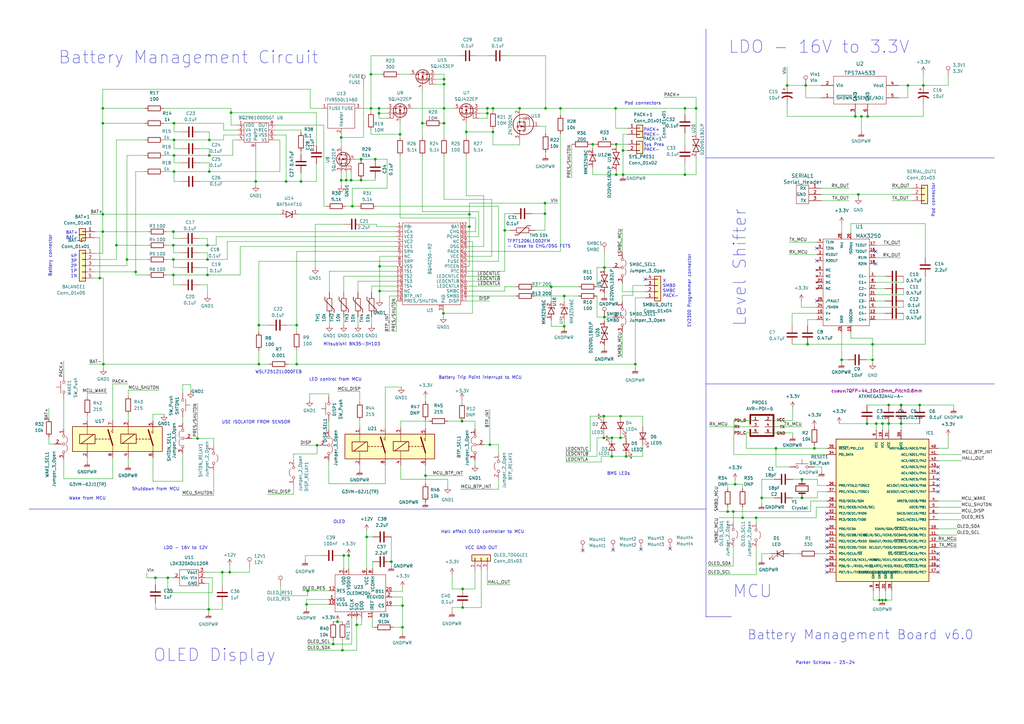
<source format=kicad_sch>
(kicad_sch (version 20230121) (generator eeschema)
  (paper "A3")
  (junction (at 123.444 74.422))
  (junction (at 40.894 114.046))
  (junction (at 146.304 256.286))
  (junction (at 252.73 59.182))
  (junction (at 189.738 241.554))
  (junction (at 364.49 173.736))
  (junction (at 42.164 44.45))
  (junction (at 250.952 187.198))
  (junction (at 328.93 196.596))
  (junction (at 334.01 183.896))
  (junction (at 71.374 57.404))
  (junction (at 355.6 173.736))
  (junction (at 254.508 179.578))
  (junction (at 182.118 34.544))
  (junction (at 223.774 44.45))
  (junction (at 42.164 87.884))
  (junction (at 223.52 87.63))
  (junction (at 71.12 94.996))
  (junction (at 117.348 74.422))
  (junction (at 173.228 50.546))
  (junction (at 71.12 100.584))
  (junction (at 143.002 227.838))
  (junction (at 85.852 57.404))
  (junction (at 52.07 106.426))
  (junction (at 91.186 234.696))
  (junction (at 247.65 170.688))
  (junction (at 312.42 204.216))
  (junction (at 189.738 249.174))
  (junction (at 298.45 209.804))
  (junction (at 223.52 83.312))
  (junction (at 357.886 141.224))
  (junction (at 165.1 257.302))
  (junction (at 160.528 230.378))
  (junction (at 121.666 149.352))
  (junction (at 81.026 179.832))
  (junction (at 155.448 44.45))
  (junction (at 378.714 35.052))
  (junction (at 155.702 109.22))
  (junction (at 126.238 242.316))
  (junction (at 330.454 35.052))
  (junction (at 231.394 133.858))
  (junction (at 42.164 94.996))
  (junction (at 140.462 266.7))
  (junction (at 377.19 166.116))
  (junction (at 361.95 246.126))
  (junction (at 71.374 50.546))
  (junction (at 255.524 61.722))
  (junction (at 202.184 44.45))
  (junction (at 94.742 46.228))
  (junction (at 42.418 149.352))
  (junction (at 106.172 133.35))
  (junction (at 199.898 44.45))
  (junction (at 318.262 183.896))
  (junction (at 247.65 179.578))
  (junction (at 328.93 204.216))
  (junction (at 301.498 198.628))
  (junction (at 47.752 100.584))
  (junction (at 247.904 130.048))
  (junction (at 363.22 246.126))
  (junction (at 256.794 187.198))
  (junction (at 304.546 212.344))
  (junction (at 71.374 70.358))
  (junction (at 139.954 73.914))
  (junction (at 192.532 87.884))
  (junction (at 182.118 32.512))
  (junction (at 200.914 182.372))
  (junction (at 85.598 249.936))
  (junction (at 55.626 111.506))
  (junction (at 148.082 65.278))
  (junction (at 255.524 71.628))
  (junction (at 369.57 166.116))
  (junction (at 125.73 247.904))
  (junction (at 165.1 248.412))
  (junction (at 138.43 255.016))
  (junction (at 260.604 149.352))
  (junction (at 243.078 59.182))
  (junction (at 361.95 173.736))
  (junction (at 352.044 79.756))
  (junction (at 191.262 54.102))
  (junction (at 345.186 147.574))
  (junction (at 213.106 44.45))
  (junction (at 364.49 166.116))
  (junction (at 181.864 128.524))
  (junction (at 199.898 46.482))
  (junction (at 85.09 106.426))
  (junction (at 231.394 121.412))
  (junction (at 136.652 264.16))
  (junction (at 155.448 46.482))
  (junction (at 42.164 50.546))
  (junction (at 71.12 106.426))
  (junction (at 226.06 117.602))
  (junction (at 252.73 71.628))
  (junction (at 63.754 236.982))
  (junction (at 150.368 220.218))
  (junction (at 359.41 173.736))
  (junction (at 310.134 212.344))
  (junction (at 247.904 109.728))
  (junction (at 152.146 30.48))
  (junction (at 94.234 234.696))
  (junction (at 85.09 100.584))
  (junction (at 85.852 63.754))
  (junction (at 229.87 44.45))
  (junction (at 192.532 92.964))
  (junction (at 280.924 44.45))
  (junction (at 207.01 94.488))
  (junction (at 68.834 236.982))
  (junction (at 71.374 63.754))
  (junction (at 174.498 195.072))
  (junction (at 353.314 47.752))
  (junction (at 357.886 147.574))
  (junction (at 285.496 44.45))
  (junction (at 85.09 112.776))
  (junction (at 369.57 173.736))
  (junction (at 155.702 119.38))
  (junction (at 182.118 44.45))
  (junction (at 153.924 65.278))
  (junction (at 121.666 133.35))
  (junction (at 85.852 70.358))
  (junction (at 104.902 74.422))
  (junction (at 106.172 149.352))
  (junction (at 202.184 54.102))
  (junction (at 300.736 209.804))
  (junction (at 250.952 179.578))
  (junction (at 360.68 246.126))
  (junction (at 372.364 35.052))
  (junction (at 189.484 172.72))
  (junction (at 280.924 71.628))
  (junction (at 71.12 112.776))
  (junction (at 144.526 84.582))
  (junction (at 140.97 227.838))
  (junction (at 139.954 56.388))
  (junction (at 355.854 47.752))
  (junction (at 350.774 47.752))
  (junction (at 141.986 73.914))
  (junction (at 144.018 73.914))
  (junction (at 148.082 73.914))
  (junction (at 252.476 44.45))
  (junction (at 164.084 55.118))
  (junction (at 254.508 170.688))
  (junction (at 130.048 182.626))
  (junction (at 152.146 44.45))
  (junction (at 322.834 35.052))
  (junction (at 331.216 141.224))
  (junction (at 182.118 50.546))
  (no_connect (at 251.46 225.552))
  (no_connect (at 335.026 106.934))
  (no_connect (at 339.09 210.566))
  (no_connect (at 274.828 225.044))
  (no_connect (at 384.81 229.616))
  (no_connect (at 339.09 216.916))
  (no_connect (at 359.156 108.204))
  (no_connect (at 384.81 201.676))
  (no_connect (at 339.09 219.456))
  (no_connect (at 264.668 114.554))
  (no_connect (at 339.09 232.156))
  (no_connect (at 384.81 191.516))
  (no_connect (at 339.09 234.696))
  (no_connect (at 335.026 123.444))
  (no_connect (at 335.026 101.854))
  (no_connect (at 384.81 227.076))
  (no_connect (at 384.81 194.056))
  (no_connect (at 339.09 229.616))
  (no_connect (at 339.09 224.536))
  (no_connect (at 384.81 234.696))
  (no_connect (at 384.81 196.596))
  (no_connect (at 339.09 221.996))
  (no_connect (at 359.156 103.124))
  (no_connect (at 384.81 199.136))
  (no_connect (at 262.89 225.298))
  (no_connect (at 239.014 225.806))
  (no_connect (at 384.81 232.156))
  (no_connect (at 339.09 213.106))
  (wire (pts (xy 152.146 44.45) (xy 152.146 45.72)))
  (wire (pts (xy 68.834 243.078) (xy 68.834 236.982)))
  (wire (pts (xy 162.56 92.964) (xy 154.432 92.964)))
  (wire (pts (xy 369.57 173.736) (xy 377.19 173.736)))
  (wire (pts (xy 365.76 246.126) (xy 363.22 246.126)))
  (wire (pts (xy 42.164 36.576) (xy 127.254 36.576)))
  (wire (pts (xy 325.12 177.546) (xy 325.12 178.816)))
  (wire (pts (xy 370.586 120.904) (xy 359.156 120.904)))
  (wire (pts (xy 285.496 44.45) (xy 285.496 39.878)))
  (wire (pts (xy 335.026 125.984) (xy 328.676 125.984)))
  (wire (pts (xy 164.084 55.118) (xy 164.084 56.388)))
  (wire (pts (xy 123.444 61.976) (xy 123.444 63.246)))
  (wire (pts (xy 200.914 182.372) (xy 198.628 182.372)))
  (wire (pts (xy 123.444 53.34) (xy 123.444 54.356)))
  (wire (pts (xy 191.516 92.964) (xy 192.532 92.964)))
  (wire (pts (xy 178.562 34.544) (xy 182.118 34.544)))
  (wire (pts (xy 97.536 53.34) (xy 91.694 53.34)))
  (wire (pts (xy 148.082 44.45) (xy 152.146 44.45)))
  (wire (pts (xy 345.186 147.574) (xy 347.726 147.574)))
  (wire (pts (xy 355.854 47.752) (xy 378.714 47.752)))
  (wire (pts (xy 255.27 123.698) (xy 255.27 121.158)))
  (wire (pts (xy 154.432 91.948) (xy 148.844 91.948)))
  (wire (pts (xy 369.57 173.736) (xy 364.49 173.736)))
  (wire (pts (xy 334.772 208.026) (xy 334.772 212.344)))
  (wire (pts (xy 318.262 191.516) (xy 318.262 183.896)))
  (wire (pts (xy 285.496 54.61) (xy 285.496 44.45)))
  (wire (pts (xy 37.084 87.884) (xy 42.164 87.884)))
  (wire (pts (xy 129.794 67.31) (xy 129.794 74.422)))
  (wire (pts (xy 152.146 30.48) (xy 152.146 22.86)))
  (wire (pts (xy 95.504 57.404) (xy 95.504 63.754)))
  (wire (pts (xy 164.084 55.118) (xy 152.146 55.118)))
  (wire (pts (xy 38.862 94.996) (xy 42.164 94.996)))
  (wire (pts (xy 195.072 94.996) (xy 191.516 94.996)))
  (wire (pts (xy 178.562 30.48) (xy 182.118 30.48)))
  (wire (pts (xy 310.134 212.344) (xy 310.134 214.376)))
  (wire (pts (xy 155.448 46.482) (xy 158.75 46.482)))
  (wire (pts (xy 199.898 233.934) (xy 199.898 239.776)))
  (wire (pts (xy 202.184 59.436) (xy 213.106 59.436)))
  (wire (pts (xy 74.93 171.196) (xy 74.93 173.482)))
  (wire (pts (xy 47.752 106.426) (xy 47.752 100.584)))
  (wire (pts (xy 52.578 187.706) (xy 52.578 190.754)))
  (wire (pts (xy 355.6 166.116) (xy 364.49 166.116)))
  (wire (pts (xy 165.1 257.302) (xy 165.1 259.842)))
  (wire (pts (xy 85.09 106.426) (xy 93.218 106.426)))
  (wire (pts (xy 324.866 128.524) (xy 324.866 133.604)))
  (wire (pts (xy 38.862 108.966) (xy 52.07 108.966)))
  (wire (pts (xy 165.1 241.046) (xy 165.1 242.57)))
  (wire (pts (xy 67.056 63.754) (xy 71.374 63.754)))
  (wire (pts (xy 300.736 209.804) (xy 300.736 214.122)))
  (wire (pts (xy 255.27 121.158) (xy 259.588 121.158)))
  (wire (pts (xy 67.056 70.358) (xy 71.374 70.358)))
  (wire (pts (xy 158.75 77.216) (xy 158.75 65.278)))
  (wire (pts (xy 364.49 166.116) (xy 369.57 166.116)))
  (wire (pts (xy 134.874 162.56) (xy 134.874 161.544)))
  (wire (pts (xy 85.852 70.358) (xy 114.808 70.358)))
  (wire (pts (xy 165.1 244.856) (xy 165.1 248.412)))
  (wire (pts (xy 310.134 212.344) (xy 334.772 212.344)))
  (wire (pts (xy 182.118 32.512) (xy 182.118 34.544)))
  (wire (pts (xy 59.436 57.404) (xy 47.752 57.404)))
  (wire (pts (xy 196.596 48.514) (xy 199.898 48.514)))
  (wire (pts (xy 191.516 103.124) (xy 229.87 103.124)))
  (wire (pts (xy 218.186 87.63) (xy 223.52 87.63)))
  (wire (pts (xy 247.904 109.728) (xy 247.904 110.236)))
  (wire (pts (xy 127.254 44.45) (xy 131.826 44.45)))
  (wire (pts (xy 157.988 175.514) (xy 157.988 158.75)))
  (wire (pts (xy 300.99 186.436) (xy 300.99 172.466)))
  (wire (pts (xy 244.856 179.578) (xy 244.856 187.198)))
  (wire (pts (xy 229.87 54.864) (xy 229.87 103.124)))
  (wire (pts (xy 231.902 189.484) (xy 246.634 189.484)))
  (wire (pts (xy 359.156 105.664) (xy 369.316 105.664)))
  (wire (pts (xy 109.728 202.692) (xy 120.396 202.692)))
  (wire (pts (xy 141.732 84.582) (xy 144.526 84.582)))
  (wire (pts (xy 74.168 116.84) (xy 71.12 116.84)))
  (wire (pts (xy 52.578 160.02) (xy 52.578 162.306)))
  (wire (pts (xy 384.81 210.566) (xy 394.208 210.566)))
  (wire (pts (xy 247.904 130.048) (xy 247.904 131.572)))
  (wire (pts (xy 348.996 95.504) (xy 348.996 91.694)))
  (wire (pts (xy 209.296 94.488) (xy 207.01 94.488)))
  (wire (pts (xy 384.81 221.996) (xy 392.43 221.996)))
  (wire (pts (xy 42.164 87.884) (xy 114.808 87.884)))
  (wire (pts (xy 139.954 55.118) (xy 139.954 56.388)))
  (wire (pts (xy 255.524 55.118) (xy 257.302 55.118)))
  (wire (pts (xy 185.42 249.174) (xy 185.42 250.952)))
  (wire (pts (xy 182.118 44.45) (xy 182.118 50.546)))
  (wire (pts (xy 173.228 86.868) (xy 196.342 86.868)))
  (wire (pts (xy 164.338 172.72) (xy 164.338 175.514)))
  (wire (pts (xy 223.52 83.312) (xy 223.52 87.63)))
  (wire (pts (xy 196.342 86.868) (xy 196.342 97.028)))
  (wire (pts (xy 339.09 205.486) (xy 332.486 205.486)))
  (wire (pts (xy 84.074 239.268) (xy 85.598 239.268)))
  (wire (pts (xy 158.75 65.278) (xy 153.924 65.278)))
  (wire (pts (xy 260.604 149.352) (xy 260.604 122.174)))
  (wire (pts (xy 348.996 91.694) (xy 379.476 91.694)))
  (wire (pts (xy 335.28 227.076) (xy 339.09 227.076)))
  (wire (pts (xy 126.238 244.348) (xy 115.062 244.348)))
  (wire (pts (xy 81.026 165.354) (xy 81.026 179.832)))
  (wire (pts (xy 164.084 89.408) (xy 195.072 89.408)))
  (wire (pts (xy 290.322 235.712) (xy 310.134 235.712)))
  (wire (pts (xy 316.23 175.006) (xy 328.93 175.006)))
  (wire (pts (xy 298.45 198.628) (xy 298.45 200.406)))
  (wire (pts (xy 280.924 44.45) (xy 252.476 44.45)))
  (wire (pts (xy 162.56 103.124) (xy 121.666 103.124)))
  (wire (pts (xy 148.082 65.278) (xy 148.082 65.786)))
  (wire (pts (xy 82.042 60.96) (xy 85.852 60.96)))
  (wire (pts (xy 161.29 257.302) (xy 165.1 257.302)))
  (wire (pts (xy 152.146 30.48) (xy 156.21 30.48)))
  (wire (pts (xy 335.28 201.676) (xy 335.28 204.216)))
  (wire (pts (xy 247.65 170.688) (xy 242.062 170.688)))
  (wire (pts (xy 140.97 227.838) (xy 143.002 227.838)))
  (wire (pts (xy 252.476 44.45) (xy 252.476 52.578)))
  (wire (pts (xy 59.436 70.358) (xy 55.626 70.358)))
  (wire (pts (xy 129.794 46.228) (xy 94.742 46.228)))
  (wire (pts (xy 67.31 169.926) (xy 62.738 169.926)))
  (wire (pts (xy 391.16 166.116) (xy 391.16 167.386)))
  (wire (pts (xy 182.118 30.48) (xy 182.118 32.512)))
  (wire (pts (xy 125.984 264.16) (xy 136.652 264.16)))
  (wire (pts (xy 255.27 119.634) (xy 264.668 119.634)))
  (wire (pts (xy 191.262 50.292) (xy 191.262 54.102)))
  (wire (pts (xy 162.56 115.316) (xy 146.812 115.316)))
  (wire (pts (xy 339.09 199.136) (xy 335.28 199.136)))
  (wire (pts (xy 71.374 70.358) (xy 85.852 70.358)))
  (wire (pts (xy 38.862 97.536) (xy 40.894 97.536)))
  (wire (pts (xy 336.804 40.132) (xy 330.454 40.132)))
  (wire (pts (xy 229.87 44.45) (xy 229.87 47.244)))
  (wire (pts (xy 339.09 201.676) (xy 335.28 201.676)))
  (wire (pts (xy 223.774 62.484) (xy 223.774 63.754)))
  (wire (pts (xy 93.218 106.426) (xy 93.218 99.06)))
  (wire (pts (xy 207.01 111.252) (xy 191.516 111.252)))
  (wire (pts (xy 357.886 141.224) (xy 379.476 141.224)))
  (wire (pts (xy 52.578 169.926) (xy 52.578 172.466)))
  (wire (pts (xy 360.68 246.126) (xy 361.95 246.126)))
  (wire (pts (xy 182.118 44.45) (xy 186.182 44.45)))
  (wire (pts (xy 300.736 209.804) (xy 332.486 209.804)))
  (wire (pts (xy 332.486 205.486) (xy 332.486 209.804)))
  (wire (pts (xy 127 161.544) (xy 127 164.084)))
  (wire (pts (xy 207.01 87.63) (xy 207.01 94.488)))
  (wire (pts (xy 71.374 57.404) (xy 85.852 57.404)))
  (wire (pts (xy 208.026 22.86) (xy 223.774 22.86)))
  (wire (pts (xy 63.754 247.396) (xy 63.754 249.936)))
  (wire (pts (xy 384.81 205.486) (xy 394.208 205.486)))
  (wire (pts (xy 71.374 50.546) (xy 91.694 50.546)))
  (wire (pts (xy 255.524 71.628) (xy 280.924 71.628)))
  (wire (pts (xy 91.186 234.696) (xy 94.234 234.696)))
  (wire (pts (xy 359.156 113.284) (xy 362.966 113.284)))
  (wire (pts (xy 62.738 169.926) (xy 62.738 172.72)))
  (wire (pts (xy 162.56 111.252) (xy 135.128 111.252)))
  (wire (pts (xy 361.95 246.126) (xy 363.22 246.126)))
  (wire (pts (xy 71.12 100.584) (xy 71.12 103.632)))
  (wire (pts (xy 85.09 112.776) (xy 98.552 112.776)))
  (wire (pts (xy 388.874 31.242) (xy 388.874 35.052)))
  (wire (pts (xy 199.898 48.514) (xy 199.898 46.482)))
  (wire (pts (xy 384.81 183.896) (xy 388.874 183.896)))
  (polyline (pts (xy 289.56 11.938) (xy 289.56 64.77)))
  (polyline (pts (xy 289.56 157.48) (xy 289.56 252.984)))
  (wire (pts (xy 134.112 84.582) (xy 132.842 84.582)))
  (wire (pts (xy 164.084 50.292) (xy 164.084 55.118)))
  (wire (pts (xy 38.862 106.426) (xy 47.752 106.426)))
  (wire (pts (xy 194.818 233.934) (xy 194.818 241.554)))
  (wire (pts (xy 150.368 233.172) (xy 150.368 220.218)))
  (wire (pts (xy 169.164 44.45) (xy 182.118 44.45)))
  (wire (pts (xy 200.914 182.372) (xy 204.47 182.372)))
  (wire (pts (xy 250.952 179.578) (xy 247.65 179.578)))
  (wire (pts (xy 323.85 227.076) (xy 327.66 227.076)))
  (wire (pts (xy 143.002 227.838) (xy 143.002 233.172)))
  (wire (pts (xy 304.546 200.406) (xy 304.546 198.628)))
  (polyline (pts (xy 289.56 252.984) (xy 299.974 252.984)))
  (wire (pts (xy 384.81 216.916) (xy 392.43 216.916)))
  (wire (pts (xy 38.862 114.046) (xy 40.894 114.046)))
  (wire (pts (xy 336.804 77.216) (xy 348.234 77.216)))
  (wire (pts (xy 130.048 182.626) (xy 130.048 186.182)))
  (wire (pts (xy 359.156 100.584) (xy 369.316 100.584)))
  (wire (pts (xy 223.52 87.63) (xy 223.52 94.488)))
  (wire (pts (xy 155.702 119.38) (xy 162.56 119.38)))
  (wire (pts (xy 134.874 247.904) (xy 125.73 247.904)))
  (wire (pts (xy 46.228 196.342) (xy 46.228 187.706)))
  (wire (pts (xy 306.07 177.546) (xy 308.61 177.546)))
  (wire (pts (xy 68.326 112.776) (xy 71.12 112.776)))
  (wire (pts (xy 74.93 157.734) (xy 78.232 157.734)))
  (wire (pts (xy 252.73 59.182) (xy 257.302 59.182)))
  (wire (pts (xy 192.532 87.884) (xy 192.532 92.964)))
  (wire (pts (xy 52.07 108.966) (xy 52.07 106.426)))
  (wire (pts (xy 202.184 54.102) (xy 202.184 59.436)))
  (wire (pts (xy 91.694 53.34) (xy 91.694 50.546)))
  (wire (pts (xy 357.886 141.224) (xy 357.886 147.574)))
  (wire (pts (xy 263.652 175.006) (xy 263.652 170.688)))
  (wire (pts (xy 36.576 149.352) (xy 42.418 149.352)))
  (wire (pts (xy 213.106 44.45) (xy 223.774 44.45)))
  (wire (pts (xy 132.842 84.582) (xy 132.842 51.308)))
  (wire (pts (xy 140.462 262.636) (xy 140.462 266.7)))
  (wire (pts (xy 55.626 111.506) (xy 55.626 112.776)))
  (wire (pts (xy 182.118 50.546) (xy 182.118 56.388)))
  (wire (pts (xy 146.304 253.492) (xy 146.304 256.286)))
  (wire (pts (xy 94.742 46.228) (xy 94.742 51.308)))
  (wire (pts (xy 334.01 183.896) (xy 339.09 183.896)))
  (wire (pts (xy 364.49 176.276) (xy 364.49 173.736)))
  (wire (pts (xy 219.202 117.602) (xy 226.06 117.602)))
  (wire (pts (xy 377.19 166.116) (xy 391.16 166.116)))
  (wire (pts (xy 191.516 117.348) (xy 205.232 117.348)))
  (wire (pts (xy 52.07 63.754) (xy 52.07 106.426)))
  (wire (pts (xy 149.098 34.798) (xy 149.098 56.388)))
  (wire (pts (xy 91.186 247.65) (xy 91.186 249.936)))
  (wire (pts (xy 370.586 115.824) (xy 359.156 115.824)))
  (wire (pts (xy 152.654 257.302) (xy 153.67 257.302)))
  (wire (pts (xy 74.168 103.632) (xy 71.12 103.632)))
  (wire (pts (xy 68.326 100.584) (xy 71.12 100.584)))
  (wire (pts (xy 195.58 22.86) (xy 200.406 22.86)))
  (wire (pts (xy 204.47 107.188) (xy 191.516 107.188)))
  (wire (pts (xy 246.634 187.198) (xy 250.952 187.198)))
  (wire (pts (xy 131.826 227.838) (xy 125.222 227.838)))
  (wire (pts (xy 334.01 191.516) (xy 337.058 191.516)))
  (wire (pts (xy 204.47 196.342) (xy 204.47 200.66)))
  (wire (pts (xy 255.27 146.558) (xy 255.27 136.398)))
  (wire (pts (xy 255.524 55.118) (xy 255.524 61.722)))
  (wire (pts (xy 247.904 120.396) (xy 247.904 121.158)))
  (wire (pts (xy 174.498 190.754) (xy 174.498 195.072)))
  (wire (pts (xy 174.498 195.072) (xy 174.498 198.374)))
  (wire (pts (xy 219.202 121.412) (xy 231.394 121.412)))
  (wire (pts (xy 207.01 94.488) (xy 207.01 111.252)))
  (wire (pts (xy 199.898 46.482) (xy 199.898 44.45)))
  (polyline (pts (xy 11.938 208.788) (xy 289.56 208.788)))
  (wire (pts (xy 148.336 253.492) (xy 148.336 256.286)))
  (wire (pts (xy 71.374 66.802) (xy 71.374 63.754)))
  (wire (pts (xy 199.898 46.482) (xy 196.596 46.482)))
  (wire (pts (xy 121.666 149.352) (xy 260.604 149.352)))
  (wire (pts (xy 71.12 116.84) (xy 71.12 112.776)))
  (wire (pts (xy 85.09 100.584) (xy 88.646 100.584)))
  (wire (pts (xy 294.894 212.344) (xy 304.546 212.344)))
  (wire (pts (xy 134.874 188.976) (xy 134.874 198.374)))
  (wire (pts (xy 106.172 107.188) (xy 106.172 133.35)))
  (wire (pts (xy 173.228 64.008) (xy 173.228 86.868)))
  (wire (pts (xy 183.642 196.596) (xy 183.642 199.644)))
  (wire (pts (xy 352.044 79.756) (xy 352.044 81.026)))
  (wire (pts (xy 263.652 187.198) (xy 263.652 182.626)))
  (wire (pts (xy 298.45 209.804) (xy 300.736 209.804)))
  (polyline (pts (xy 289.56 64.77) (xy 289.56 157.48)))
  (wire (pts (xy 370.586 131.064) (xy 359.156 131.064)))
  (wire (pts (xy 71.12 109.728) (xy 71.12 106.426)))
  (wire (pts (xy 247.65 178.308) (xy 247.65 179.578)))
  (wire (pts (xy 63.754 249.936) (xy 85.598 249.936)))
  (wire (pts (xy 59.436 63.754) (xy 52.07 63.754)))
  (wire (pts (xy 182.118 81.788) (xy 201.676 81.788)))
  (wire (pts (xy 35.814 161.29) (xy 43.942 161.29)))
  (wire (pts (xy 121.666 103.124) (xy 121.666 133.35)))
  (wire (pts (xy 388.874 178.816) (xy 388.874 183.896)))
  (wire (pts (xy 173.228 50.546) (xy 173.228 56.388)))
  (wire (pts (xy 71.12 236.982) (xy 68.834 236.982)))
  (wire (pts (xy 42.164 87.884) (xy 42.164 50.546)))
  (wire (pts (xy 191.516 123.444) (xy 200.914 123.444)))
  (wire (pts (xy 162.56 105.156) (xy 155.702 105.156)))
  (wire (pts (xy 106.172 149.352) (xy 110.49 149.352)))
  (wire (pts (xy 42.164 44.45) (xy 42.164 36.576)))
  (wire (pts (xy 71.12 94.996) (xy 162.56 94.996)))
  (wire (pts (xy 74.93 161.036) (xy 74.93 157.734)))
  (wire (pts (xy 290.322 232.156) (xy 300.736 232.156)))
  (wire (pts (xy 191.262 80.264) (xy 198.374 80.264)))
  (wire (pts (xy 160.782 244.856) (xy 165.1 244.856)))
  (wire (pts (xy 365.76 242.316) (xy 365.76 246.126)))
  (wire (pts (xy 97.536 57.404) (xy 95.504 57.404)))
  (wire (pts (xy 369.57 166.116) (xy 377.19 166.116)))
  (wire (pts (xy 255.27 116.078) (xy 255.27 119.634)))
  (wire (pts (xy 158.75 44.45) (xy 155.448 44.45)))
  (wire (pts (xy 158.75 48.514) (xy 155.448 48.514)))
  (wire (pts (xy 126.238 242.316) (xy 126.238 244.348)))
  (wire (pts (xy 306.07 183.896) (xy 318.262 183.896)))
  (wire (pts (xy 141.224 91.948) (xy 129.286 91.948)))
  (wire (pts (xy 136.652 264.16) (xy 144.272 264.16)))
  (wire (pts (xy 251.714 59.182) (xy 252.73 59.182)))
  (wire (pts (xy 155.702 109.22) (xy 155.702 119.38)))
  (wire (pts (xy 379.476 91.694) (xy 379.476 105.664)))
  (wire (pts (xy 193.802 128.524) (xy 181.864 128.524)))
  (wire (pts (xy 85.598 249.936) (xy 85.598 251.46)))
  (wire (pts (xy 207.01 119.38) (xy 191.516 119.38)))
  (wire (pts (xy 121.666 143.51) (xy 121.666 149.352)))
  (wire (pts (xy 74.168 109.728) (xy 71.12 109.728)))
  (wire (pts (xy 85.598 239.268) (xy 85.598 249.936)))
  (wire (pts (xy 372.364 40.132) (xy 372.364 35.052)))
  (wire (pts (xy 71.374 63.754) (xy 85.852 63.754)))
  (wire (pts (xy 325.12 167.386) (xy 325.12 172.466)))
  (wire (pts (xy 154.432 84.582) (xy 204.47 84.582)))
  (wire (pts (xy 60.706 94.996) (xy 42.164 94.996)))
  (wire (pts (xy 162.56 107.188) (xy 106.172 107.188)))
  (wire (pts (xy 312.42 196.596) (xy 312.42 204.216)))
  (wire (pts (xy 199.898 44.45) (xy 202.184 44.45)))
  (wire (pts (xy 35.814 170.434) (xy 35.814 172.466)))
  (wire (pts (xy 174.498 195.072) (xy 189.992 195.072)))
  (wire (pts (xy 55.626 112.776) (xy 60.706 112.776)))
  (wire (pts (xy 361.95 173.736) (xy 364.49 173.736)))
  (wire (pts (xy 67.056 57.404) (xy 71.374 57.404)))
  (wire (pts (xy 384.81 213.106) (xy 394.208 213.106)))
  (wire (pts (xy 363.22 242.316) (xy 363.22 246.126)))
  (wire (pts (xy 318.262 183.896) (xy 334.01 183.896)))
  (wire (pts (xy 71.374 60.96) (xy 71.374 57.404)))
  (wire (pts (xy 255.524 61.722) (xy 255.524 71.628)))
  (wire (pts (xy 84.074 236.982) (xy 87.122 236.982)))
  (wire (pts (xy 63.754 236.982) (xy 60.198 236.982)))
  (wire (pts (xy 223.774 44.45) (xy 229.87 44.45)))
  (wire (pts (xy 152.4 130.048) (xy 152.4 133.35)))
  (wire (pts (xy 192.532 92.964) (xy 192.532 109.22)))
  (wire (pts (xy 370.586 128.524) (xy 370.586 131.064)))
  (wire (pts (xy 127.254 36.576) (xy 127.254 44.45)))
  (wire (pts (xy 144.018 70.612) (xy 144.018 73.914)))
  (wire (pts (xy 294.894 209.804) (xy 298.45 209.804)))
  (wire (pts (xy 207.01 117.602) (xy 207.01 119.38)))
  (wire (pts (xy 213.106 57.404) (xy 213.106 59.436)))
  (wire (pts (xy 130.048 186.182) (xy 120.396 186.182)))
  (wire (pts (xy 323.596 99.314) (xy 335.026 99.314)))
  (wire (pts (xy 317.5 196.596) (xy 312.42 196.596)))
  (wire (pts (xy 125.984 266.7) (xy 140.462 266.7)))
  (wire (pts (xy 140.97 119.888) (xy 140.97 113.284)))
  (wire (pts (xy 254.508 170.688) (xy 247.65 170.688)))
  (wire (pts (xy 181.864 128.524) (xy 181.864 129.794)))
  (wire (pts (xy 359.41 173.736) (xy 359.41 176.276)))
  (wire (pts (xy 164.338 196.596) (xy 183.642 196.596)))
  (wire (pts (xy 85.852 60.96) (xy 85.852 63.754)))
  (wire (pts (xy 231.902 187.198) (xy 244.856 187.198)))
  (wire (pts (xy 355.6 173.736) (xy 359.41 173.736)))
  (wire (pts (xy 191.516 121.412) (xy 211.582 121.412)))
  (wire (pts (xy 144.526 77.216) (xy 158.75 77.216)))
  (wire (pts (xy 98.552 112.776) (xy 98.552 101.092)))
  (wire (pts (xy 42.164 50.546) (xy 42.164 44.45)))
  (wire (pts (xy 120.396 198.882) (xy 120.396 202.692)))
  (wire (pts (xy 125.73 245.872) (xy 134.874 245.872)))
  (wire (pts (xy 147.574 190.754) (xy 147.574 192.786)))
  (wire (pts (xy 123.444 74.422) (xy 117.348 74.422)))
  (wire (pts (xy 335.28 196.596) (xy 328.93 196.596)))
  (wire (pts (xy 234.442 59.182) (xy 234.696 59.182)))
  (wire (pts (xy 114.808 57.404) (xy 114.808 70.358)))
  (wire (pts (xy 150.368 217.678) (xy 150.368 220.218)))
  (wire (pts (xy 42.164 103.886) (xy 38.862 103.886)))
  (wire (pts (xy 139.446 227.838) (xy 140.97 227.838)))
  (wire (pts (xy 88.646 97.028) (xy 162.56 97.028)))
  (wire (pts (xy 94.234 231.902) (xy 94.234 234.696)))
  (wire (pts (xy 191.262 64.008) (xy 191.262 80.264)))
  (wire (pts (xy 135.128 111.252) (xy 135.128 119.888)))
  (wire (pts (xy 300.99 172.466) (xy 308.61 172.466)))
  (wire (pts (xy 189.484 163.83) (xy 189.484 165.1)))
  (wire (pts (xy 345.186 147.574) (xy 345.186 148.844)))
  (wire (pts (xy 358.14 246.126) (xy 360.68 246.126)))
  (wire (pts (xy 290.83 175.006) (xy 308.61 175.006)))
  (wire (pts (xy 160.528 230.378) (xy 160.528 232.156)))
  (wire (pts (xy 153.924 73.152) (xy 153.924 73.914)))
  (wire (pts (xy 192.532 83.312) (xy 192.532 87.884)))
  (wire (pts (xy 20.066 167.386) (xy 20.066 171.704)))
  (wire (pts (xy 146.304 256.286) (xy 148.336 256.286)))
  (wire (pts (xy 331.216 131.064) (xy 331.216 133.604)))
  (wire (pts (xy 252.73 59.182) (xy 252.73 59.944)))
  (wire (pts (xy 272.288 39.878) (xy 285.496 39.878)))
  (wire (pts (xy 255.524 61.722) (xy 257.302 61.722)))
  (wire (pts (xy 191.516 113.284) (xy 205.232 113.284)))
  (wire (pts (xy 150.368 220.218) (xy 152.908 220.218)))
  (wire (pts (xy 26.162 175.768) (xy 26.162 163.83)))
  (wire (pts (xy 126.238 242.316) (xy 134.874 242.316)))
  (wire (pts (xy 384.81 188.976) (xy 394.462 188.976)))
  (wire (pts (xy 183.642 172.72) (xy 189.484 172.72)))
  (wire (pts (xy 285.496 64.77) (xy 285.496 71.628)))
  (wire (pts (xy 164.338 196.596) (xy 164.338 190.754)))
  (wire (pts (xy 256.794 187.198) (xy 263.652 187.198)))
  (wire (pts (xy 134.874 161.544) (xy 127 161.544)))
  (wire (pts (xy 130.048 182.626) (xy 131.064 182.626)))
  (wire (pts (xy 223.774 51.816) (xy 221.234 51.816)))
  (wire (pts (xy 78.232 157.734) (xy 78.232 160.528)))
  (wire (pts (xy 153.924 65.532) (xy 153.924 65.278)))
  (polyline (pts (xy 407.924 64.77) (xy 289.56 64.77)))
  (wire (pts (xy 123.444 70.866) (xy 123.444 74.422)))
  (wire (pts (xy 117.348 55.372) (xy 112.776 55.372)))
  (wire (pts (xy 163.83 30.48) (xy 168.148 30.48)))
  (wire (pts (xy 250.952 187.198) (xy 256.794 187.198)))
  (wire (pts (xy 244.856 109.728) (xy 247.904 109.728)))
  (wire (pts (xy 345.186 136.144) (xy 345.186 147.574)))
  (wire (pts (xy 243.078 71.628) (xy 252.73 71.628)))
  (wire (pts (xy 328.676 123.444) (xy 328.676 125.984)))
  (wire (pts (xy 189.738 249.174) (xy 197.358 249.174)))
  (wire (pts (xy 178.562 32.512) (xy 182.118 32.512)))
  (wire (pts (xy 160.782 248.412) (xy 165.1 248.412)))
  (wire (pts (xy 145.796 65.278) (xy 148.082 65.278)))
  (wire (pts (xy 40.894 97.536) (xy 40.894 114.046)))
  (wire (pts (xy 74.422 60.96) (xy 71.374 60.96)))
  (wire (pts (xy 62.738 187.706) (xy 62.738 197.358)))
  (wire (pts (xy 328.93 204.216) (xy 325.12 204.216)))
  (wire (pts (xy 201.676 105.156) (xy 191.516 105.156)))
  (wire (pts (xy 191.516 99.06) (xy 193.802 99.06)))
  (wire (pts (xy 42.164 50.546) (xy 59.436 50.546)))
  (wire (pts (xy 231.394 133.858) (xy 231.394 134.62)))
  (wire (pts (xy 379.476 141.224) (xy 379.476 113.284)))
  (wire (pts (xy 162.56 123.444) (xy 162.56 136.144)))
  (wire (pts (xy 323.85 191.516) (xy 318.262 191.516)))
  (wire (pts (xy 242.062 170.688) (xy 242.062 185.166)))
  (wire (pts (xy 370.586 118.364) (xy 370.586 120.904)))
  (wire (pts (xy 174.498 163.068) (xy 174.498 164.592)))
  (wire (pts (xy 192.532 109.22) (xy 191.516 109.22)))
  (wire (pts (xy 384.81 224.536) (xy 392.43 224.536)))
  (wire (pts (xy 344.17 173.736) (xy 355.6 173.736)))
  (wire (pts (xy 153.924 73.914) (xy 148.082 73.914)))
  (wire (pts (xy 118.11 149.352) (xy 121.666 149.352)))
  (wire (pts (xy 147.574 160.528) (xy 147.574 164.846)))
  (wire (pts (xy 146.812 115.316) (xy 146.812 119.888)))
  (wire (pts (xy 157.988 158.75) (xy 164.592 158.75)))
  (wire (pts (xy 42.164 94.996) (xy 42.164 103.886)))
  (wire (pts (xy 152.146 22.86) (xy 187.96 22.86)))
  (wire (pts (xy 202.184 44.45) (xy 213.106 44.45)))
  (wire (pts (xy 71.12 112.776) (xy 85.09 112.776)))
  (wire (pts (xy 46.228 172.466) (xy 46.228 157.48)))
  (wire (pts (xy 146.304 256.286) (xy 146.304 266.7)))
  (wire (pts (xy 87.63 203.2) (xy 87.63 193.04)))
  (wire (pts (xy 337.058 191.516) (xy 337.058 193.294)))
  (wire (pts (xy 26.162 188.468) (xy 26.162 196.342)))
  (wire (pts (xy 223.774 51.816) (xy 223.774 54.864)))
  (wire (pts (xy 42.164 94.996) (xy 42.164 87.884)))
  (wire (pts (xy 74.93 197.358) (xy 62.738 197.358)))
  (wire (pts (xy 285.496 44.45) (xy 280.924 44.45)))
  (wire (pts (xy 98.552 101.092) (xy 162.56 101.092)))
  (wire (pts (xy 68.834 236.982) (xy 63.754 236.982)))
  (wire (pts (xy 242.316 59.182) (xy 243.078 59.182)))
  (wire (pts (xy 140.97 130.048) (xy 140.97 133.35)))
  (wire (pts (xy 125.222 227.838) (xy 125.222 229.87)))
  (wire (pts (xy 194.818 172.72) (xy 189.484 172.72)))
  (wire (pts (xy 147.574 172.466) (xy 147.574 175.514)))
  (wire (pts (xy 210.566 87.63) (xy 207.01 87.63)))
  (wire (pts (xy 229.87 44.45) (xy 252.476 44.45)))
  (wire (pts (xy 81.026 179.832) (xy 78.74 179.832)))
  (wire (pts (xy 71.12 94.996) (xy 71.12 97.79)))
  (wire (pts (xy 144.018 73.914) (xy 141.986 73.914)))
  (wire (pts (xy 82.042 74.422) (xy 104.902 74.422)))
  (wire (pts (xy 122.428 87.884) (xy 192.532 87.884)))
  (wire (pts (xy 146.812 130.048) (xy 146.812 133.35)))
  (wire (pts (xy 254.508 178.308) (xy 254.508 179.578)))
  (wire (pts (xy 378.714 42.672) (xy 378.714 47.752)))
  (wire (pts (xy 197.358 249.174) (xy 197.358 233.934)))
  (wire (pts (xy 196.596 44.45) (xy 199.898 44.45)))
  (wire (pts (xy 357.886 138.684) (xy 357.886 141.224)))
  (wire (pts (xy 199.898 239.776) (xy 209.296 239.776)))
  (wire (pts (xy 74.422 66.802) (xy 71.374 66.802)))
  (wire (pts (xy 335.28 204.216) (xy 328.93 204.216)))
  (wire (pts (xy 194.818 188.722) (xy 194.818 190.754)))
  (wire (pts (xy 231.394 121.412) (xy 231.394 123.698)))
  (wire (pts (xy 63.754 236.982) (xy 63.754 239.776)))
  (wire (pts (xy 323.596 104.394) (xy 335.026 104.394)))
  (wire (pts (xy 20.066 179.324) (xy 20.066 182.118)))
  (wire (pts (xy 298.45 208.026) (xy 298.45 209.804)))
  (wire (pts (xy 244.856 130.048) (xy 247.904 130.048)))
  (wire (pts (xy 223.774 22.86) (xy 223.774 44.45)))
  (wire (pts (xy 129.286 91.948) (xy 129.286 109.728)))
  (wire (pts (xy 360.68 242.316) (xy 360.68 246.126)))
  (wire (pts (xy 304.546 208.026) (xy 304.546 212.344)))
  (wire (pts (xy 104.902 74.422) (xy 104.902 75.946)))
  (wire (pts (xy 231.394 121.412) (xy 237.236 121.412)))
  (wire (pts (xy 306.07 183.896) (xy 306.07 177.546)))
  (wire (pts (xy 339.09 208.026) (xy 334.772 208.026)))
  (wire (pts (xy 106.172 143.764) (xy 106.172 149.352)))
  (wire (pts (xy 71.12 100.584) (xy 85.09 100.584)))
  (wire (pts (xy 35.814 161.29) (xy 35.814 162.814)))
  (wire (pts (xy 42.164 44.45) (xy 59.436 44.45)))
  (wire (pts (xy 359.156 123.444) (xy 362.966 123.444)))
  (wire (pts (xy 189.738 241.554) (xy 185.42 241.554)))
  (wire (pts (xy 223.52 83.312) (xy 228.854 83.312)))
  (wire (pts (xy 46.228 157.48) (xy 52.578 157.48)))
  (wire (pts (xy 358.14 242.316) (xy 358.14 246.126)))
  (wire (pts (xy 378.714 35.052) (xy 388.874 35.052)))
  (wire (pts (xy 335.026 131.064) (xy 331.216 131.064)))
  (wire (pts (xy 316.23 177.546) (xy 325.12 177.546)))
  (wire (pts (xy 243.078 59.182) (xy 244.094 59.182)))
  (wire (pts (xy 330.454 40.132) (xy 330.454 35.052)))
  (wire (pts (xy 68.326 94.996) (xy 71.12 94.996)))
  (wire (pts (xy 365.76 77.216) (xy 374.142 77.216)))
  (wire (pts (xy 106.172 136.144) (xy 106.172 133.35)))
  (wire (pts (xy 87.63 179.832) (xy 87.63 182.88)))
  (wire (pts (xy 247.904 130.048) (xy 251.46 130.048)))
  (wire (pts (xy 138.43 160.528) (xy 147.574 160.528)))
  (wire (pts (xy 81.788 116.84) (xy 85.09 116.84)))
  (wire (pts (xy 194.818 172.72) (xy 194.818 176.022)))
  (wire (pts (xy 26.162 153.67) (xy 26.162 148.082)))
  (wire (pts (xy 140.97 233.172) (xy 140.97 227.838)))
  (wire (pts (xy 139.954 56.388) (xy 149.098 56.388)))
  (wire (pts (xy 384.81 219.456) (xy 392.43 219.456)))
  (wire (pts (xy 285.496 71.628) (xy 280.924 71.628)))
  (wire (pts (xy 191.262 54.102) (xy 191.262 56.388)))
  (wire (pts (xy 26.162 196.342) (xy 46.228 196.342)))
  (wire (pts (xy 298.45 198.628) (xy 301.498 198.628)))
  (wire (pts (xy 94.742 51.308) (xy 97.536 51.308)))
  (wire (pts (xy 67.056 44.45) (xy 94.742 44.45)))
  (wire (pts (xy 226.06 133.858) (xy 231.394 133.858)))
  (wire (pts (xy 162.56 109.22) (xy 155.702 109.22)))
  (wire (pts (xy 345.186 91.694) (xy 345.186 95.504)))
  (wire (pts (xy 173.228 36.576) (xy 173.228 50.546)))
  (wire (pts (xy 52.07 106.426) (xy 60.706 106.426)))
  (wire (pts (xy 141.986 73.914) (xy 141.986 70.612)))
  (wire (pts (xy 370.586 125.984) (xy 359.156 125.984)))
  (wire (pts (xy 226.06 131.318) (xy 226.06 133.858)))
  (wire (pts (xy 191.516 115.316) (xy 205.232 115.316)))
  (wire (pts (xy 259.588 117.094) (xy 264.668 117.094)))
  (wire (pts (xy 312.42 204.216) (xy 317.5 204.216)))
  (wire (pts (xy 85.09 97.79) (xy 85.09 100.584)))
  (wire (pts (xy 115.062 240.284) (xy 115.062 244.348)))
  (wire (pts (xy 194.818 241.554) (xy 189.738 241.554)))
  (wire (pts (xy 370.586 113.284) (xy 370.586 115.824)))
  (wire (pts (xy 139.954 70.612) (xy 139.954 73.914)))
  (wire (pts (xy 335.026 128.524) (xy 324.866 128.524)))
  (wire (pts (xy 359.41 173.736) (xy 361.95 173.736)))
  (wire (pts (xy 316.23 227.076) (xy 312.42 227.076)))
  (wire (pts (xy 300.736 224.282) (xy 300.736 232.156)))
  (wire (pts (xy 148.082 65.278) (xy 153.924 65.278)))
  (wire (pts (xy 121.666 133.35) (xy 121.666 135.89)))
  (wire (pts (xy 117.348 74.422) (xy 117.348 55.372)))
  (wire (pts (xy 82.042 66.802) (xy 85.852 66.802)))
  (wire (pts (xy 260.604 149.352) (xy 260.604 151.13)))
  (wire (pts (xy 94.742 44.45) (xy 94.742 46.228)))
  (wire (pts (xy 141.986 73.914) (xy 139.954 73.914)))
  (wire (pts (xy 231.902 185.166) (xy 242.062 185.166)))
  (wire (pts (xy 91.186 249.936) (xy 85.598 249.936)))
  (wire (pts (xy 368.554 40.132) (xy 372.364 40.132)))
  (wire (pts (xy 87.63 203.2) (xy 74.676 203.2)))
  (wire (pts (xy 202.184 44.45) (xy 202.184 45.466)))
  (wire (pts (xy 123.19 182.626) (xy 130.048 182.626)))
  (wire (pts (xy 339.09 186.436) (xy 300.99 186.436)))
  (wire (pts (xy 144.526 84.582) (xy 146.812 84.582)))
  (wire (pts (xy 247.904 141.732) (xy 247.904 142.748)))
  (wire (pts (xy 85.852 63.754) (xy 95.504 63.754)))
  (wire (pts (xy 195.072 89.408) (xy 195.072 94.996)))
  (wire (pts (xy 87.122 243.078) (xy 68.834 243.078)))
  (wire (pts (xy 85.852 57.404) (xy 91.694 57.404)))
  (wire (pts (xy 234.442 59.182) (xy 234.442 73.152)))
  (wire (pts (xy 280.924 46.99) (xy 280.924 44.45)))
  (wire (pts (xy 93.218 99.06) (xy 162.56 99.06)))
  (wire (pts (xy 247.904 103.632) (xy 247.904 109.728)))
  (wire (pts (xy 304.546 212.344) (xy 310.134 212.344)))
  (wire (pts (xy 52.578 160.02) (xy 65.278 160.02)))
  (wire (pts (xy 139.954 56.388) (xy 139.954 60.198)))
  (wire (pts (xy 201.676 81.788) (xy 201.676 105.156)))
  (wire (pts (xy 129.794 46.228) (xy 129.794 59.69)))
  (wire (pts (xy 74.422 74.422) (xy 71.374 74.422)))
  (wire (pts (xy 152.146 55.118) (xy 152.146 53.34)))
  (wire (pts (xy 252.73 70.104) (xy 252.73 71.628)))
  (wire (pts (xy 260.604 122.174) (xy 264.668 122.174)))
  (wire (pts (xy 71.12 106.426) (xy 85.09 106.426)))
  (wire (pts (xy 365.76 82.296) (xy 374.142 82.296)))
  (wire (pts (xy 330.454 35.052) (xy 322.834 35.052)))
  (wire (pts (xy 335.28 199.136) (xy 335.28 196.596)))
  (wire (pts (xy 204.47 200.66) (xy 188.976 200.66)))
  (wire (pts (xy 254.508 179.578) (xy 250.952 179.578)))
  (wire (pts (xy 336.804 35.052) (xy 330.454 35.052)))
  (wire (pts (xy 135.128 130.048) (xy 135.128 133.35)))
  (wire (pts (xy 97.536 55.372) (xy 91.694 55.372)))
  (wire (pts (xy 120.396 186.182) (xy 120.396 188.722)))
  (wire (pts (xy 136.652 255.016) (xy 138.43 255.016)))
  (wire (pts (xy 123.952 242.316) (xy 126.238 242.316)))
  (wire (pts (xy 231.394 131.318) (xy 231.394 133.858)))
  (wire (pts (xy 82.042 54.102) (xy 85.852 54.102)))
  (wire (pts (xy 144.272 253.492) (xy 144.272 264.16)))
  (wire (pts (xy 139.954 73.914) (xy 139.954 76.2)))
  (wire (pts (xy 353.314 47.752) (xy 355.854 47.752)))
  (wire (pts (xy 91.694 55.372) (xy 91.694 57.404)))
  (wire (pts (xy 152.908 233.172) (xy 152.908 230.378)))
  (wire (pts (xy 42.418 149.352) (xy 106.172 149.352)))
  (wire (pts (xy 331.216 141.224) (xy 357.886 141.224)))
  (wire (pts (xy 244.856 117.602) (xy 244.856 109.728)))
  (wire (pts (xy 155.702 105.156) (xy 155.702 109.22)))
  (wire (pts (xy 316.23 172.466) (xy 325.12 172.466)))
  (wire (pts (xy 138.43 255.016) (xy 140.462 255.016)))
  (wire (pts (xy 247.65 179.578) (xy 244.856 179.578)))
  (wire (pts (xy 182.118 81.788) (xy 182.118 64.008)))
  (wire (pts (xy 148.082 73.914) (xy 144.018 73.914)))
  (wire (pts (xy 81.788 103.632) (xy 85.09 103.632)))
  (wire (pts (xy 132.842 51.308) (xy 112.776 51.308)))
  (wire (pts (xy 348.996 136.144) (xy 348.996 138.684)))
  (wire (pts (xy 372.364 35.052) (xy 378.714 35.052)))
  (wire (pts (xy 129.794 74.422) (xy 123.444 74.422)))
  (wire (pts (xy 136.652 262.636) (xy 136.652 264.16)))
  (wire (pts (xy 106.172 133.35) (xy 110.236 133.35)))
  (wire (pts (xy 47.752 57.404) (xy 47.752 100.584)))
  (wire (pts (xy 148.082 73.406) (xy 148.082 73.914)))
  (wire (pts (xy 304.546 198.628) (xy 301.498 198.628)))
  (wire (pts (xy 162.56 121.412) (xy 159.766 121.412)))
  (wire (pts (xy 42.418 149.352) (xy 42.418 151.13)))
  (wire (pts (xy 155.448 46.482) (xy 155.448 44.45)))
  (wire (pts (xy 140.462 266.7) (xy 146.304 266.7)))
  (wire (pts (xy 256.794 179.578) (xy 254.508 179.578)))
  (wire (pts (xy 350.774 47.752) (xy 353.314 47.752)))
  (wire (pts (xy 328.93 196.596) (xy 325.12 196.596)))
  (wire (pts (xy 255.524 71.628) (xy 255.524 72.136)))
  (wire (pts (xy 68.326 106.426) (xy 71.12 106.426)))
  (wire (pts (xy 152.654 253.492) (xy 152.654 257.302)))
  (polyline (pts (xy 289.56 157.48) (xy 407.924 157.48)))
  (wire (pts (xy 384.81 208.026) (xy 394.208 208.026)))
  (wire (pts (xy 370.586 123.444) (xy 370.586 125.984)))
  (wire (pts (xy 159.766 121.412) (xy 159.766 136.144)))
  (wire (pts (xy 182.118 34.544) (xy 182.118 44.45)))
  (wire (pts (xy 81.788 97.79) (xy 85.09 97.79)))
  (wire (pts (xy 322.834 27.432) (xy 322.834 35.052)))
  (wire (pts (xy 185.42 235.712) (xy 185.42 241.554)))
  (wire (pts (xy 71.374 54.102) (xy 71.374 50.546)))
  (wire (pts (xy 226.06 117.602) (xy 226.06 123.698)))
  (wire (pts (xy 322.834 42.672) (xy 322.834 47.752)))
  (wire (pts (xy 42.418 114.046) (xy 42.418 149.352)))
  (wire (pts (xy 244.856 121.412) (xy 244.856 130.048)))
  (wire (pts (xy 198.374 80.264) (xy 198.374 101.092)))
  (wire (pts (xy 368.554 35.052) (xy 372.364 35.052)))
  (wire (pts (xy 336.804 79.756) (xy 352.044 79.756)))
  (wire (pts (xy 88.646 100.584) (xy 88.646 97.028)))
  (wire (pts (xy 301.498 196.85) (xy 301.498 198.628)))
  (wire (pts (xy 312.42 227.076) (xy 312.42 229.616)))
  (wire (pts (xy 312.42 204.216) (xy 312.42 206.756)))
  (wire (pts (xy 226.06 117.602) (xy 237.236 117.602)))
  (wire (pts (xy 85.09 116.84) (xy 85.09 121.158)))
  (wire (pts (xy 152.146 44.45) (xy 155.448 44.45)))
  (wire (pts (xy 246.634 187.198) (xy 246.634 189.484)))
  (wire (pts (xy 85.09 109.728) (xy 85.09 112.776)))
  (wire (pts (xy 60.198 234.95) (xy 60.198 236.982)))
  (wire (pts (xy 280.924 54.61) (xy 280.924 59.436)))
  (wire (pts (xy 157.988 198.374) (xy 157.988 190.754)))
  (wire (pts (xy 193.802 99.06) (xy 193.802 128.524)))
  (wire (pts (xy 81.026 179.832) (xy 87.63 179.832)))
  (wire (pts (xy 247.904 109.728) (xy 251.46 109.728)))
  (wire (pts (xy 176.022 172.72) (xy 164.338 172.72)))
  (wire (pts (xy 359.156 118.364) (xy 362.966 118.364)))
  (wire (pts (xy 357.886 147.574) (xy 357.886 148.844)))
  (wire (pts (xy 259.588 121.158) (xy 259.588 117.094)))
  (wire (pts (xy 252.476 52.578) (xy 257.302 52.578)))
  (wire (pts (xy 192.532 83.312) (xy 223.52 83.312)))
  (wire (pts (xy 204.47 182.372) (xy 204.47 186.182)))
  (wire (pts (xy 74.93 186.182) (xy 74.93 197.358)))
  (wire (pts (xy 74.168 97.79) (xy 71.12 97.79)))
  (wire (pts (xy 174.498 172.212) (xy 174.498 175.768)))
  (wire (pts (xy 243.078 59.182) (xy 243.078 60.96)))
  (wire (pts (xy 181.864 127.508) (xy 181.864 128.524)))
  (wire (pts (xy 152.4 117.348) (xy 162.56 117.348)))
  (wire (pts (xy 255.27 93.726) (xy 255.27 103.378)))
  (wire (pts (xy 94.234 234.696) (xy 102.362 234.696)))
  (wire (pts (xy 198.374 101.092) (xy 191.516 101.092)))
  (wire (pts (xy 263.652 170.688) (xy 254.508 170.688)))
  (wire (pts (xy 91.186 234.696) (xy 91.186 240.03)))
  (wire (pts (xy 181.356 50.546) (xy 182.118 50.546)))
  (wire (pts (xy 196.342 97.028) (xy 191.516 97.028)))
  (wire (pts (xy 134.874 172.72) (xy 134.874 176.276)))
  (wire (pts (xy 160.782 242.57) (xy 165.1 242.57)))
  (wire (pts (xy 38.862 111.506) (xy 55.626 111.506)))
  (wire (pts (xy 47.752 100.584) (xy 60.706 100.584)))
  (wire (pts (xy 144.526 84.582) (xy 144.526 77.216)))
  (wire (pts (xy 125.73 247.904) (xy 125.73 245.872)))
  (wire (pts (xy 322.834 47.752) (xy 350.774 47.752)))
  (wire (pts (xy 20.066 182.118) (xy 22.352 182.118)))
  (wire (pts (xy 207.01 117.602) (xy 211.582 117.602)))
  (wire (pts (xy 117.856 133.35) (xy 121.666 133.35)))
  (wire (pts (xy 155.448 48.514) (xy 155.448 46.482)))
  (wire (pts (xy 152.4 119.888) (xy 152.4 117.348)))
  (wire (pts (xy 85.852 66.802) (xy 85.852 70.358)))
  (wire (pts (xy 140.97 113.284) (xy 162.56 113.284)))
  (wire (pts (xy 384.81 186.436) (xy 394.462 186.436)))
  (wire (pts (xy 324.866 141.224) (xy 331.216 141.224)))
  (wire (pts (xy 202.184 53.086) (xy 202.184 54.102)))
  (wire (pts (xy 125.73 247.904) (xy 125.73 249.682)))
  (wire (pts (xy 378.714 29.972) (xy 378.714 35.052)))
  (wire (pts (xy 213.106 44.45) (xy 213.106 44.704)))
  (wire (pts (xy 134.874 198.374) (xy 157.988 198.374)))
  (wire (pts (xy 152.146 30.48) (xy 152.146 44.45)))
  (wire (pts (xy 334.01 182.626) (xy 334.01 183.896)))
  (wire (pts (xy 353.314 47.752) (xy 353.314 54.102)))
  (wire (pts (xy 155.702 119.38) (xy 155.702 122.936)))
  (wire (pts (xy 160.528 220.218) (xy 160.528 230.378)))
  (wire (pts (xy 336.804 82.296) (xy 348.234 82.296)))
  (wire (pts (xy 352.044 79.756) (xy 374.142 79.756)))
  (wire (pts (xy 310.134 224.536) (xy 310.134 235.712)))
  (wire (pts (xy 81.788 109.728) (xy 85.09 109.728)))
  (wire (pts (xy 85.09 103.632) (xy 85.09 106.426)))
  (wire (pts (xy 361.95 176.276) (xy 361.95 173.736)))
  (wire (pts (xy 191.262 54.102) (xy 202.184 54.102)))
  (wire (pts (xy 355.346 147.574) (xy 357.886 147.574)))
  (wire (pts (xy 84.074 234.696) (xy 91.186 234.696)))
  (wire (pts (xy 154.432 92.964) (xy 154.432 91.948)))
  (wire (pts (xy 85.852 54.102) (xy 85.852 57.404)))
  (wire (pts (xy 40.894 114.046) (xy 42.418 114.046)))
  (wire (pts (xy 104.902 74.422) (xy 117.348 74.422)))
  (wire (pts (xy 165.1 248.412) (xy 165.1 257.302)))
  (wire (pts (xy 55.626 70.358) (xy 55.626 111.506)))
  (wire (pts (xy 200.914 167.894) (xy 200.914 182.372)))
  (wire (pts (xy 74.422 54.102) (xy 71.374 54.102)))
  (wire (pts (xy 71.374 74.422) (xy 71.374 70.358)))
  (wire (pts (xy 35.814 187.706) (xy 35.814 189.484)))
  (wire (pts (xy 185.42 249.174) (xy 189.738 249.174)))
  (wire (pts (xy 243.078 68.58) (xy 243.078 71.628)))
  (wire (pts (xy 252.73 71.628) (xy 255.524 71.628)))
  (wire (pts (xy 104.902 60.96) (xy 104.902 74.422)))
  (wire (pts (xy 112.776 57.404) (xy 114.808 57.404)))
  (wire (pts (xy 280.924 67.056) (xy 280.924 71.628)))
  (wire (pts (xy 164.084 64.008) (xy 164.084 89.408)))
  (wire (pts (xy 173.228 50.546) (xy 173.736 50.546)))
  (wire (pts (xy 359.156 128.524) (xy 362.966 128.524)))
  (wire (pts (xy 102.362 232.664) (xy 102.362 234.696)))
  (wire (pts (xy 369.57 176.276) (xy 369.57 173.736)))
  (wire (pts (xy 348.996 138.684) (xy 357.886 138.684)))
  (wire (pts (xy 204.47 84.582) (xy 204.47 107.188)))
  (wire (pts (xy 112.776 53.34) (xy 123.444 53.34)))
  (wire (pts (xy 67.056 50.546) (xy 71.374 50.546)))
  (wire (pts (xy 223.52 94.488) (xy 219.456 94.488)))
  (wire (pts (xy 87.122 236.982) (xy 87.122 243.078)))
  (text "Shutdown from MCU" (at 54.102 201.422 0) (effects (font (size 1.27 1.27)) (justify left bottom)))
  (text "WSLF25121L000FEB" (at 104.648 153.416 0) (effects (font (size 1.27 1.27)) (justify left bottom)))
  (text "VCC GND OUT" (at 190.754 225.552 0) (effects (font (size 1.27 1.27)) (justify left bottom)))
  (text "X\nSMBD\nSMBC\nPACK-" (at 271.78 122.174 0) (effects (font (size 1.27 1.27)) (justify left bottom)))
  (text "PACK+\nPACK-\n\nSys Pres\nPACK-" (at 263.906 62.23 0) (effects (font (size 1.27 1.27)) (justify left bottom)))
  (text "Battery connector" (at 21.336 113.538 90) (effects (font (size 1.27 1.27)) (justify left bottom)))
  (text "LED control from MCU" (at 126.746 156.464 0) (effects (font (size 1.27 1.27)) (justify left bottom)))
  (text "MCU	" (at 300.482 245.618 0) (effects (font (size 5.08 5.08)) (justify left bottom)))
  (text "BQ40Z50: https://www.ti.com/lit/ds/symlink/bq40z50-r2.pdf?ts=1697699199965&ref_url=https%253A%252F%252Fwww.ti.com%252Fproduct%252FBQ40Z50-R2\nBQ296100: https://www.ti.com/lit/ds/symlink/bq2961.pdf?HQS=dis-dk-null-digikeymode-dsf-pf-null-wwe&ts=1697758494988&ref_url=https%253A%252F%252Fwww.ti.com%252Fgeneral%252Fdocs%252Fsuppproductinfo.tsp%253FdistId%253D10%2526gotoUrl%253Dhttps%253A%252F%252Fwww.ti.com%252Flit%252Fgpn%252Fbq2961\nOLED: https://www.lcd-module.de/fileadmin/html-seiten/eng/pdf/doma/oledm204-ae.pdf" (at 10.668 -7.62 0) (effects (font (size 1.27 1.27)) (justify left bottom)))
  (text "Battery Management Board v6.0" (at 306.451 262.763 0) (effects (font (size 3.81 3.81)) (justify left bottom)))
  (text "USE ISOLATOR FROM SENSOR" (at 90.8812 173.99 0) (effects (font (size 1.27 1.27)) (justify left bottom)))
  (text "LDO - 16V to 12V" (at 67.056 225.552 0) (effects (font (size 1.27 1.27)) (justify left bottom)))
  (text "Hall effect OLED controller to MCU" (at 180.848 218.948 0) (effects (font (size 1.27 1.27)) (justify left bottom)))
  (text "Pod connector" (at 383.54 89.154 90) (effects (font (size 1.27 1.27)) (justify left bottom)))
  (text "TFPT1206L1002FM\n- Close to CHG/DSG FETS " (at 208.026 101.854 0) (effects (font (size 1.27 1.27)) (justify left bottom)))
  (text "Level Shifter	" (at 306.324 134.112 90) (effects (font (size 5.08 5.08)) (justify left bottom)))
  (text "OLED Display" (at 62.738 271.78 0) (effects (font (size 5.08 5.08)) (justify left bottom)))
  (text "BMS LEDs" (at 248.92 195.072 0) (effects (font (size 1.27 1.27)) (justify left bottom)))
  (text "Battery Management Circuit" (at 23.876 26.67 0) (effects (font (size 5.08 5.08)) (justify left bottom)))
  (text "OLED" (at 136.652 214.884 0) (effects (font (size 1.27 1.27)) (justify left bottom)))
  (text "LDO - 16V to 3.3V" (at 298.704 22.352 0) (effects (font (size 5.08 5.08)) (justify left bottom)))
  (text "EV2300 Programmer connector" (at 283.464 134.366 90) (effects (font (size 1.27 1.27)) (justify left bottom)))
  (text "Mitsubishi BN35-3H103" (at 132.588 141.986 0) (effects (font (size 1.27 1.27)) (justify left bottom)))
  (text "BAT+\nBAT-" (at 26.924 98.298 0) (effects (font (size 1.27 1.27)) (justify left bottom)))
  (text "Pod connectors" (at 256.032 43.18 0) (effects (font (size 1.27 1.27)) (justify left bottom)))
  (text "4P\n3P\n2P\n1P\n1N" (at 28.956 114.046 0) (effects (font (size 1.27 1.27)) (justify left bottom)))
  (text "Battery Trip Point interrupt to MCU\n" (at 179.832 155.702 0) (effects (font (size 1.27 1.27)) (justify left bottom)))
  (text "Parker Schless - 23-24" (at 326.263 272.669 0) (effects (font (size 1.27 1.27)) (justify left bottom)))
  (text "Wake from MCU" (at 28.194 205.232 0) (effects (font (size 1.27 1.27)) (justify left bottom)))
  (label "LEDCNTLC" (at 205.232 113.284 180))
  (label "BAT-" (at 36.576 149.352 0))
  (label "TX_MCU" (at 323.596 99.314 0))
  (label "LEDCNTLB" (at 205.232 115.316 180))
  (label "MCU_BTP_INT" (at 394.462 186.436 0))
  (label "PACK+" (at 52.578 157.48 180))
  (label "SMBC_MCU" (at 294.894 212.344 270))
  (label "LEDCNTLA" (at 205.232 117.348 180))
  (label "OLED_RES" (at 394.208 213.106 0))
  (label "OLED_SCL" (at 290.322 235.712 0))
  (label "BTP_INT" (at 159.766 136.144 90))
  (label "RX_OUT" (at 365.76 77.216 0))
  (label "MCU_BTP_INT" (at 189.992 195.072 180))
  (label "TX_OUT" (at 365.76 82.296 0))
  (label "MCU_DISP" (at 394.208 210.566 0))
  (label "LEDCNTLA" (at 231.902 189.484 0))
  (label "RX_OUT" (at 348.234 77.216 180))
  (label "MCU_SHUTDN" (at 74.676 203.2 0))
  (label "MCU_DISP" (at 138.43 160.528 0))
  (label "TX_OUT" (at 348.234 82.296 180))
  (label "MCU_WAKE" (at 43.942 161.29 180))
  (label "DISP" (at 123.19 182.626 0))
  (label "RX_MCU" (at 290.83 175.006 0))
  (label "TX_MCU" (at 328.93 175.006 180))
  (label "OLED_RES" (at 123.952 242.316 0))
  (label "DISP" (at 200.914 123.444 180))
  (label "PRES{slash}SHUTDN" (at 162.56 136.144 90))
  (label "PACK+" (at 272.288 39.878 0))
  (label "RX_MCU" (at 392.43 221.996 180))
  (label "MCU_SHUTDN" (at 65.278 160.02 180))
  (label "SMBD_MCU" (at 255.27 146.558 90))
  (label "TX_MCU" (at 392.43 224.536 180))
  (label "Vin" (at 228.854 83.312 180))
  (label "HALL_OUT" (at 209.296 239.776 180))
  (label "OLED_SDA" (at 290.322 232.156 0))
  (label "BAT+" (at 37.084 87.884 0))
  (label "PRES{slash}SHUTDN" (at 81.026 165.354 270))
  (label "MCU_BTP_INT" (at 188.976 200.66 0))
  (label "OLED_SCL" (at 392.43 219.456 0))
  (label "Vin" (at 60.198 234.95 0))
  (label "MCU_WAKE" (at 394.208 205.486 0))
  (label "BTP_INT" (at 200.914 167.894 270))
  (label "RX_OUT" (at 369.316 105.664 180))
  (label "SMBC_MCU" (at 255.27 93.726 270))
  (label "RX_MCU" (at 323.596 104.394 0))
  (label "LEDCNTLC" (at 231.902 185.166 0))
  (label "Vin" (at 322.834 27.432 270))
  (label "OLED_SCL" (at 125.984 264.16 0))
  (label "SMBD_MCU" (at 294.894 209.804 90))
  (label "LEDCNTLB" (at 231.902 187.198 0))
  (label "OLED_SDA" (at 125.984 266.7 0))
  (label "PACK+" (at 26.162 148.082 270))
  (label "BAT+" (at 20.066 167.386 270))
  (label "HALL_OUT" (at 394.462 188.976 0))
  (label "MCU_DISP" (at 109.728 202.692 0))
  (label "OLED_SDA" (at 392.43 216.916 0))
  (label "MCU_SHUTDN" (at 394.208 208.026 0))
  (label "TX_OUT" (at 369.316 100.584 180))
  (label "PRES{slash}SHUTDN" (at 234.442 73.152 90))
  (symbol (lib_id "power:GND1") (at 78.232 160.528 0) (mirror y) (unit 1)
    (property "Reference" "#PWR060" (effects hide))
    (property "Value" "GND1" (at 81.026 160.528 0))
  )
  (symbol (lib_id "cuauv:TPS7A4533") (at 352.044 28.702 0) (unit 1)
    (property "Reference" "U2" (at 352.679 26.162 0) (effects (font (size 1.524 1.524))))
    (property "Value" "TPS7A4533" (at 352.679 29.972 0) (effects (font (size 1.524 1.524))))
    (property "Footprint" "cuauv:SOT-223-6_TabPin3" (effects hide))
  )
  (symbol (lib_id "Device:R") (at 304.546 204.216 0) (unit 1)
    (property "Reference" "R35" (at 305.054 196.088 0) (effects (justify left)))
    (property "Value" "DNP" (at 305.054 198.628 0) (effects (justify left)))
    (property "Footprint" "cuauv:R_0805" (effects hide))
  )
  (symbol (lib_id "cuauv:G3VM-62J1(TR)") (at 48.26 179.832 0) (unit 1)
    (property "Reference" "U17" (at 42.926 172.72 0) (effects (justify right)))
    (property "Value" "G3VM-62J1(TR)" (at 43.688 198.628 0) (effects (justify right)))
    (property "Footprint" "cuauv:G3VM-62J1(TR)" (effects hide))
  )
  (symbol (lib_id "Jumper:Jumper_3_Open") (at 194.818 182.372 90) (mirror x) (unit 1)
    (property "Reference" "BTP_SEL1" (at 188.214 178.562 0) (effects (justify left)))
    (property "Value" "Jumper_3_Open" (at 191.516 176.276 0) (effects (justify left)))
    (property "Footprint" "Connector_PinHeader_2.54mm:PinHeader_1x03_P2.54mm_Vertical" (effects hide))
  )
  (symbol (lib_id "Device:R") (at 35.814 166.624 0) (unit 1)
    (property "Reference" "R42" (at 38.1 165.354 0) (effects (justify left)))
    (property "Value" "215" (at 38.1 167.894 0) (effects (justify left)))
    (property "Footprint" "cuauv:R_0805" (effects hide))
  )
  (symbol (lib_id "Device:C") (at 366.776 128.524 90) (unit 1)
    (property "Reference" "C13" (at 374.904 127.8128 90))
    (property "Value" "0.47uF" (at 374.904 130.3528 90))
    (property "Footprint" "cuauv:C_0805" (effects hide))
  )
  (symbol (lib_id "power:+3.3V") (at 334.01 175.006 0) (unit 1)
    (property "Reference" "#PWR05" (effects hide))
    (property "Value" "+3.3V" (at 334.01 170.18 0))
  )
  (symbol (lib_id "Connector_Generic:Conn_01x01") (at 33.782 97.536 180) (unit 1)
    (property "Reference" "BAT-1" (at 30.988 98.552 0))
    (property "Value" "Conn_01x01" (at 30.988 101.092 0))
    (property "Footprint" "cuauv:WetNoodle_Singular" (effects hide))
  )
  (symbol (lib_id "cuauv:G3VM-62J1(TR)") (at 160.02 182.88 0) (unit 1)
    (property "Reference" "U21" (at 154.686 175.768 0) (effects (justify right)))
    (property "Value" "G3VM-62J1(TR)" (at 155.448 201.676 0) (effects (justify right)))
    (property "Footprint" "cuauv:G3VM-62J1(TR)" (effects hide))
  )
  (symbol (lib_id "cuauv:MAX3250") (at 337.566 98.044 0) (unit 1)
    (property "Reference" "U1" (at 350.8757 92.964 0) (effects (font (size 1.524 1.524)) (justify left)))
    (property "Value" "MAX3250" (at 350.8757 96.774 0) (effects (font (size 1.524 1.524)) (justify left)))
    (property "Footprint" "cuauv:SSOP-28_5.3x10.2mm_Pitch0.65mm" (effects hide))
  )
  (symbol (lib_id "cuauv:Serial_Header") (at 321.564 92.456 0) (unit 1)
    (property "Reference" "SERIAL1" (at 329.184 72.136 0) (effects (font (size 1.524 1.524))))
    (property "Value" "Serial_Header" (at 329.184 74.676 0) (effects (font (size 1.524 1.524))))
    (property "Footprint" "Connector_PinHeader_2.54mm:PinHeader_1x03_P2.54mm_Vertical" (effects hide))
  )
  (symbol (lib_id "power:GND1") (at 67.31 169.926 0) (unit 1)
    (property "Reference" "#PWR044" (effects hide))
    (property "Value" "GND1" (at 67.31 173.736 0))
  )
  (symbol (lib_id "Device:C") (at 77.978 116.84 90) (unit 1)
    (property "Reference" "C20" (at 77.978 121.666 90))
    (property "Value" "0.1uF" (at 77.978 124.206 90))
    (property "Footprint" "cuauv:C_0805" (effects hide))
  )
  (symbol (lib_id "power:GNDPWR") (at 52.578 190.754 0) (unit 1)
    (property "Reference" "#PWR061" (effects hide))
    (property "Value" "GNDPWR" (at 52.451 195.072 0))
  )
  (symbol (lib_id "Device:R") (at 202.184 49.276 0) (unit 1)
    (property "Reference" "R21" (at 203.708 48.006 0) (effects (justify left)))
    (property "Value" "10M" (at 203.708 50.546 0) (effects (justify left)))
    (property "Footprint" "cuauv:R_0805" (effects hide))
  )
  (symbol (lib_id "Device:C") (at 78.232 60.96 90) (unit 1)
    (property "Reference" "C24" (at 88.646 59.436 90))
    (property "Value" "0.1uF" (at 88.646 61.976 90))
    (property "Footprint" "cuauv:C_0805" (effects hide))
  )
  (symbol (lib_id "Device:C") (at 355.6 169.926 0) (unit 1)
    (property "Reference" "C3" (at 359.41 168.6559 0) (effects (justify left)))
    (property "Value" "0.1uF" (at 359.41 171.1959 0) (effects (justify left)))
    (property "Footprint" "cuauv:C_0805" (effects hide))
  )
  (symbol (lib_id "Device:C") (at 78.232 74.422 90) (unit 1)
    (property "Reference" "C26" (at 88.646 72.898 90))
    (property "Value" "0.1uF" (at 88.646 75.438 90))
    (property "Footprint" "cuauv:C_0805" (effects hide))
  )
  (symbol (lib_id "Connector_Generic:Conn_01x05") (at 33.782 108.966 0) (mirror y) (unit 1)
    (property "Reference" "BALANCE1" (at 35.052 117.602 0) (effects (justify left)))
    (property "Value" "Conn_01x05" (at 35.052 120.142 0) (effects (justify left)))
    (property "Footprint" "Connector_PinHeader_2.54mm:PinHeader_1x05_P2.54mm_Vertical" (effects hide))
  )
  (symbol (lib_id "power:GND") (at 352.044 81.026 0) (unit 1)
    (property "Reference" "#PWR014" (effects hide))
    (property "Value" "GND" (at 352.044 86.106 0))
  )
  (symbol (lib_id "power:GNDPWR") (at 125.73 249.682 0) (unit 1)
    (property "Reference" "#PWR049" (effects hide))
    (property "Value" "GNDPWR" (at 125.603 253.492 0))
  )
  (symbol (lib_id "Jumper:Jumper_3_Open") (at 255.27 130.048 270) (unit 1)
    (property "Reference" "SMBD_SEL1" (at 258.064 128.778 90) (effects (justify left)))
    (property "Value" "Jumper_3_Open" (at 258.064 131.318 90) (effects (justify left)))
    (property "Footprint" "Connector_PinHeader_2.54mm:PinHeader_1x03_P2.54mm_Vertical" (effects hide))
  )
  (symbol (lib_id "Device:R") (at 20.066 175.514 0) (unit 1)
    (property "Reference" "R32" (at 14.224 173.99 0) (effects (justify left)))
    (property "Value" "10k" (at 14.224 176.53 0) (effects (justify left)))
    (property "Footprint" "cuauv:R_0805" (effects hide))
  )
  (symbol (lib_id "Device:C") (at 189.738 245.364 0) (unit 1)
    (property "Reference" "C40" (at 180.848 244.348 0) (effects (justify left)))
    (property "Value" "0.1uF" (at 180.848 246.888 0) (effects (justify left)))
    (property "Footprint" "cuauv:C_0805" (effects hide))
  )
  (symbol (lib_id "Jumper:Jumper_2_Open") (at 300.736 219.202 270) (unit 1)
    (property "Reference" "OLED_SDA1" (at 295.91 213.36 0) (effects (justify left)))
    (property "Value" "Jumper_2_Open" (at 298.45 213.36 0) (effects (justify left)))
    (property "Footprint" "Connector_PinHeader_2.54mm:PinHeader_1x02_P2.54mm_Vertical" (effects hide))
  )
  (symbol (lib_id "Connector:TestPoint") (at 251.46 225.552 0) (unit 1)
    (property "Reference" "Mount2" (at 254 220.98 0) (effects (justify left)))
    (property "Value" "Mount2" (at 254 223.52 0) (effects (justify left)))
    (property "Footprint" "MountingHole:MountingHole_3.2mm_M3_DIN965_Pad" (effects hide))
  )
  (symbol (lib_id "power:GND1") (at 152.4 133.35 0) (unit 1)
    (property "Reference" "#PWR020" (effects hide))
    (property "Value" "GND1" (at 152.4 137.668 0))
  )
  (symbol (lib_id "Device:R") (at 123.444 58.166 0) (unit 1)
    (property "Reference" "R38" (at 124.714 53.086 0) (effects (justify left)))
    (property "Value" "5.1" (at 124.714 55.626 0) (effects (justify left)))
    (property "Footprint" "cuauv:R_0805" (effects hide))
  )
  (symbol (lib_id "cuauv:SQJ422EP") (at 191.262 45.212 90) (unit 1)
    (property "Reference" "U7" (at 191.262 38.1 90))
    (property "Value" "SQJ422EP" (at 191.262 40.64 90))
    (property "Footprint" "cuauv:SQJ422EP" (effects hide))
  )
  (symbol (lib_id "Device:C") (at 135.636 227.838 90) (unit 1)
    (property "Reference" "C39" (at 135.636 220.472 90))
    (property "Value" "100nF" (at 135.636 223.012 90))
    (property "Footprint" "cuauv:C_0805" (effects hide))
  )
  (symbol (lib_id "Connector_Generic:Conn_01x01") (at 262.382 52.578 0) (unit 1)
    (property "Reference" "PACK+1" (at 259.842 46.99 0) (effects (justify left)))
    (property "Value" "Conn_01x01" (at 259.842 49.53 0) (effects (justify left)))
    (property "Footprint" "cuauv:WetNoodle_Singular" (effects hide))
  )
  (symbol (lib_id "Device:C") (at 145.034 91.948 90) (unit 1)
    (property "Reference" "C21" (at 149.352 90.678 90))
    (property "Value" "2.2uF" (at 149.352 93.218 90))
    (property "Footprint" "cuauv:C_0805" (effects hide))
  )
  (symbol (lib_id "Device:Thermistor") (at 140.97 124.968 0) (unit 1)
    (property "Reference" "TH2" (at 136.144 132.08 90) (effects (justify left)))
    (property "Value" "10k" (at 138.684 132.08 90) (effects (justify left)))
    (property "Footprint" "Connector_PinHeader_2.54mm:PinHeader_1x02_P2.54mm_Vertical" (effects hide))
  )
  (symbol (lib_id "power:+3.3V") (at 345.186 91.694 0) (unit 1)
    (property "Reference" "#PWR011" (effects hide))
    (property "Value" "+3.3V" (at 345.186 86.36 0))
  )
  (symbol (lib_id "Device:C") (at 78.232 66.802 90) (unit 1)
    (property "Reference" "C25" (at 88.646 65.278 90))
    (property "Value" "0.1uF" (at 88.646 67.818 90))
    (property "Footprint" "cuauv:C_0805" (effects hide))
  )
  (symbol (lib_id "Device:R") (at 223.774 58.674 0) (unit 1)
    (property "Reference" "R22" (at 225.552 57.404 0) (effects (justify left)))
    (property "Value" "10k" (at 225.552 59.944 0) (effects (justify left)))
    (property "Footprint" "cuauv:R_0805" (effects hide))
  )
  (symbol (lib_id "Device:R") (at 106.172 139.954 0) (unit 1)
    (property "Reference" "R8" (at 108.712 138.684 0) (effects (justify left)))
    (property "Value" "100" (at 108.712 141.224 0) (effects (justify left)))
    (property "Footprint" "cuauv:R_0805" (effects hide))
  )
  (symbol (lib_id "power:GND1") (at 181.864 129.794 0) (unit 1)
    (property "Reference" "#PWR026" (effects hide))
    (property "Value" "GND1" (at 181.864 134.112 0))
  )
  (symbol (lib_id "power:GND1") (at 155.702 122.936 0) (unit 1)
    (property "Reference" "#PWR023" (effects hide))
    (property "Value" "GND1" (at 155.702 128.27 0))
  )
  (symbol (lib_id "power:GNDPWR") (at 165.1 259.842 0) (unit 1)
    (property "Reference" "#PWR050" (effects hide))
    (property "Value" "GNDPWR" (at 164.973 263.652 0))
  )
  (symbol (lib_id "power:+3.3V") (at 328.676 123.444 0) (unit 1)
    (property "Reference" "#PWR010" (effects hide))
    (property "Value" "+3.3V" (at 328.676 118.11 0))
  )
  (symbol (lib_id "Device:R") (at 121.666 139.7 0) (unit 1)
    (property "Reference" "R9" (at 124.206 138.43 0) (effects (justify left)))
    (property "Value" "100" (at 124.206 140.97 0) (effects (justify left)))
    (property "Footprint" "cuauv:R_0805" (effects hide))
  )
  (symbol (lib_id "cuauv:MM3Z5V6C") (at 231.394 127.762 180) (unit 1)
    (property "Reference" "U4" (at 230.124 133.096 90) (effects (justify right)))
    (property "Value" "MM3Z5V6C" (at 234.442 132.842 90) (effects (justify right)))
    (property "Footprint" "cuauv:SOD-323" (effects hide))
  )
  (symbol (lib_id "Device:R") (at 63.246 63.754 90) (unit 1)
    (property "Reference" "R16" (at 68.326 60.198 90))
    (property "Value" "1k" (at 68.326 62.738 90))
    (property "Footprint" "cuauv:R_0805" (effects hide))
  )
  (symbol (lib_id "power:GND1") (at 42.418 151.13 0) (unit 1)
    (property "Reference" "#PWR035" (effects hide))
    (property "Value" "GND1" (at 42.418 155.448 0))
  )
  (symbol (lib_id "Device:R") (at 247.904 59.182 90) (unit 1)
    (property "Reference" "R33" (at 247.904 54.356 90))
    (property "Value" "1k" (at 247.904 56.896 90))
    (property "Footprint" "cuauv:R_0805" (effects hide))
  )
  (symbol (lib_name "+3.3V_6") (lib_id "power:+3.3V") (at 138.43 255.016 0) (unit 1)
    (property "Reference" "#PWR056" (effects hide))
    (property "Value" "+3.3V" (at 134.62 253.238 0))
  )
  (symbol (lib_id "Device:R") (at 238.506 59.182 90) (unit 1)
    (property "Reference" "R36" (at 238.506 54.61 90))
    (property "Value" "200" (at 238.506 57.15 90))
    (property "Footprint" "cuauv:R_0805" (effects hide))
  )
  (symbol (lib_id "Device:C") (at 77.978 103.632 90) (unit 1)
    (property "Reference" "C18" (at 88.138 102.362 90))
    (property "Value" "0.1uF" (at 88.138 104.902 90))
    (property "Footprint" "cuauv:C_0805" (effects hide))
  )
  (symbol (lib_id "cuauv:D20V0L1B2LP") (at 252.73 65.024 0) (unit 1)
    (property "Reference" "U18" (at 249.936 62.738 90) (effects (justify right)))
    (property "Value" "D20V0L1B2LP" (at 249.936 68.072 90) (effects (justify right)))
    (property "Footprint" "cuauv:X1-DFN1006-2" (effects hide))
  )
  (symbol (lib_id "Jumper:Jumper_3_Open") (at 134.874 182.626 270) (unit 1)
    (property "Reference" "DISP_SEL1" (at 133.35 171.45 0) (effects (justify left)))
    (property "Value" "Jumper_3_Open" (at 137.668 176.276 0) (effects (justify left)))
    (property "Footprint" "Connector_PinHeader_2.54mm:PinHeader_1x03_P2.54mm_Vertical" (effects hide))
  )
  (symbol (lib_id "power:GND1") (at 129.286 109.728 0) (unit 1)
    (property "Reference" "#PWR022" (effects hide))
    (property "Value" "GND1" (at 129.286 114.046 0))
  )
  (symbol (lib_id "cuauv:D20V0L1B2LP") (at 247.904 136.652 0) (unit 1)
    (property "Reference" "U26" (at 245.11 134.366 90) (effects (justify right)))
    (property "Value" "D20V0L1B2LP" (at 242.316 131.826 90) (effects (justify right)))
    (property "Footprint" "cuauv:X1-DFN1006-2" (effects hide))
  )
  (symbol (lib_id "Connector:TestPoint") (at 388.874 31.242 0) (unit 1)
    (property "Reference" "3.3V1" (at 390.652 26.67 0) (effects (justify left)))
    (property "Value" "3.3V" (at 390.652 29.21 0) (effects (justify left)))
    (property "Footprint" "cuauv:TESTPOINT" (effects hide))
  )
  (symbol (lib_id "Device:R") (at 137.922 84.582 90) (unit 1)
    (property "Reference" "R30" (at 137.922 79.248 90))
    (property "Value" "5.1k" (at 137.922 81.788 90))
    (property "Footprint" "cuauv:R_0805" (effects hide))
  )
  (symbol (lib_id "Jumper:Jumper_3_Open") (at 26.162 182.118 270) (unit 1)
    (property "Reference" "WAKE_SEL1" (at 19.304 185.166 0) (effects (justify left)))
    (property "Value" "Jumper_3_Open" (at 22.098 184.912 0) (effects (justify left)))
    (property "Footprint" "Connector_PinHeader_2.54mm:PinHeader_1x03_P2.54mm_Vertical" (effects hide))
  )
  (symbol (lib_id "cuauv:BQ40Z50-R2") (at 177.038 107.696 0) (unit 1)
    (property "Reference" "U3" (at 176.276 127.254 0))
    (property "Value" "BQ40Z50-R2" (at 176.276 106.172 90))
    (property "Footprint" "Package_DFN_QFN:QFN-32-1EP_4x4mm_P0.4mm_EP2.65x2.65mm" (effects hide))
  )
  (symbol (lib_id "cuauv:SQJ433EP") (at 173.228 31.242 90) (unit 1)
    (property "Reference" "U15" (at 181.356 24.638 90))
    (property "Value" "SQJ433EP" (at 181.356 27.178 90))
    (property "Footprint" "cuauv:SQJ433EP" (effects hide))
  )
  (symbol (lib_id "power:+12V") (at 94.234 231.902 0) (unit 1)
    (property "Reference" "#PWR048" (effects hide))
    (property "Value" "+12V" (at 94.234 227.584 0))
  )
  (symbol (lib_id "Device:C") (at 321.31 196.596 90) (unit 1)
    (property "Reference" "C1" (at 316.23 192.278 90))
    (property "Value" "18pF" (at 316.23 194.818 90))
    (property "Footprint" "cuauv:C_0805" (effects hide))
  )
  (symbol (lib_id "Connector:TestPoint") (at 330.454 35.052 0) (unit 1)
    (property "Reference" "Vin1" (at 332.232 30.48 0) (effects (justify left)))
    (property "Value" "Vin" (at 332.232 33.02 0) (effects (justify left)))
    (property "Footprint" "cuauv:TESTPOINT" (effects hide))
  )
  (symbol (lib_id "power:GNDPWR") (at 325.12 178.816 0) (unit 1)
    (property "Reference" "#PWR04" (effects hide))
    (property "Value" "GNDPWR" (at 324.993 182.626 0))
  )
  (symbol (lib_id "Device:C_Polarized_US") (at 322.834 38.862 0) (unit 1)
    (property "Reference" "C15" (at 315.214 37.592 0) (effects (justify left)))
    (property "Value" "10uF" (at 315.214 40.132 0) (effects (justify left)))
    (property "Footprint" "cuauv:C_0805" (effects hide))
  )
  (symbol (lib_id "Device:C") (at 123.444 67.056 180) (unit 1)
    (property "Reference" "C27" (at 119.634 70.866 90))
    (property "Value" "0.47uF" (at 119.634 65.024 90))
    (property "Footprint" "cuauv:C_0805" (effects hide))
  )
  (symbol (lib_id "power:+3.3V") (at 378.714 29.972 0) (unit 1)
    (property "Reference" "#PWR07" (effects hide))
    (property "Value" "+3.3V" (at 378.714 25.4 0))
  )
  (symbol (lib_id "power:GNDPWR") (at 231.394 134.62 0) (unit 1)
    (property "Reference" "#PWR034" (effects hide))
    (property "Value" "GNDPWR" (at 231.267 138.43 0))
  )
  (symbol (lib_id "power:GND1") (at 85.09 121.158 0) (unit 1)
    (property "Reference" "#PWR021" (effects hide))
    (property "Value" "GND1" (at 85.09 125.476 0))
  )
  (symbol (lib_id "power:GNDPWR") (at 312.42 229.616 0) (unit 1)
    (property "Reference" "#PWR01" (effects hide))
    (property "Value" "GNDPWR" (at 315.214 233.68 0))
  )
  (symbol (lib_id "Jumper:Jumper_3_Open") (at 255.27 109.728 270) (unit 1)
    (property "Reference" "SMBC_SEL1" (at 258.064 108.458 90) (effects (justify left)))
    (property "Value" "Jumper_3_Open" (at 258.064 110.998 90) (effects (justify left)))
    (property "Footprint" "Connector_PinHeader_2.54mm:PinHeader_1x03_P2.54mm_Vertical" (effects hide))
  )
  (symbol (lib_id "Device:C") (at 280.924 50.8 0) (unit 1)
    (property "Reference" "C32" (at 273.05 49.022 0) (effects (justify left)))
    (property "Value" "0.1uF" (at 273.05 51.562 0) (effects (justify left)))
    (property "Footprint" "cuauv:C_0805" (effects hide))
  )
  (symbol (lib_name "+3.3V_8") (lib_id "power:+3.3V") (at 344.17 173.736 0) (unit 1)
    (property "Reference" "#PWR016" (effects hide))
    (property "Value" "+3.3V" (at 344.17 168.656 0))
  )
  (symbol (lib_id "power:GNDPWR") (at 337.058 193.294 0) (unit 1)
    (property "Reference" "#PWR06" (effects hide))
    (property "Value" "GNDPWR" (at 331.724 193.802 0))
  )
  (symbol (lib_id "Device:R") (at 229.87 51.054 0) (unit 1)
    (property "Reference" "R28" (at 232.41 49.784 0) (effects (justify left)))
    (property "Value" "10k" (at 232.41 52.324 0) (effects (justify left)))
    (property "Footprint" "cuauv:R_0805" (effects hide))
  )
  (symbol (lib_id "Device:C") (at 91.186 243.84 0) (unit 1)
    (property "Reference" "C36" (at 94.488 242.57 0) (effects (justify left)))
    (property "Value" "1uF" (at 94.488 245.11 0) (effects (justify left)))
    (property "Footprint" "cuauv:C_0805" (effects hide))
  )
  (symbol (lib_id "Device:R") (at 147.574 168.656 0) (unit 1)
    (property "Reference" "R44" (at 149.86 167.386 0) (effects (justify left)))
    (property "Value" "215" (at 149.86 169.926 0) (effects (justify left)))
    (property "Footprint" "cuauv:R_0805" (effects hide))
  )
  (symbol (lib_id "Device:R") (at 334.01 178.816 0) (unit 1)
    (property "Reference" "R2" (at 328.93 177.546 0) (effects (justify left)))
    (property "Value" "10k" (at 328.93 180.086 0) (effects (justify left)))
    (property "Footprint" "cuauv:R_0805" (effects hide))
  )
  (symbol (lib_id "cuauv:AVR-PDI-6") (at 312.42 175.006 0) (unit 1)
    (property "Reference" "PROG1" (at 311.5718 165.1 0))
    (property "Value" "AVR-PDI-6" (at 311.5718 167.64 0))
    (property "Footprint" "cuauv:PDI_Header" (effects hide))
  )
  (symbol (lib_id "Device:C") (at 366.776 123.444 90) (unit 1)
    (property "Reference" "C12" (at 374.904 122.7328 90))
    (property "Value" "0.1uF" (at 374.904 125.2728 90))
    (property "Footprint" "cuauv:C_0805" (effects hide))
  )
  (symbol (lib_id "Device:Crystal") (at 328.93 200.406 90) (unit 1)
    (property "Reference" "Y1" (at 324.612 205.74 90) (effects (justify right)))
    (property "Value" "Crystal" (at 324.612 208.28 90) (effects (justify right)))
    (property "Footprint" "cuauv:Crystal_Common" (effects hide))
  )
  (symbol (lib_id "Device:R") (at 63.246 57.404 90) (unit 1)
    (property "Reference" "R15" (at 68.326 53.848 90))
    (property "Value" "1k" (at 68.326 56.388 90))
    (property "Footprint" "cuauv:R_0805" (effects hide))
  )
  (symbol (lib_id "Switch:SW_Push") (at 26.162 158.75 90) (unit 1)
    (property "Reference" "WAKE1" (at 28.448 159.004 0))
    (property "Value" "SW_Push" (at 30.988 159.004 0))
    (property "Footprint" "cuauv:BUTTON" (effects hide))
  )
  (symbol (lib_id "Device:R") (at 215.392 117.602 90) (unit 1)
    (property "Reference" "R37" (at 219.964 116.586 90))
    (property "Value" "200" (at 224.282 116.586 90))
    (property "Footprint" "cuauv:R_0805" (effects hide))
  )
  (symbol (lib_id "power:GNDPWR") (at 35.814 189.484 0) (unit 1)
    (property "Reference" "#PWR037" (effects hide))
    (property "Value" "GNDPWR" (at 35.687 193.548 0))
  )
  (symbol (lib_id "Device:LED") (at 320.04 227.076 0) (unit 1)
    (property "Reference" "D1" (at 318.4525 220.726 0))
    (property "Value" "LED" (at 318.4525 223.266 0))
    (property "Footprint" "cuauv:LED_0805" (effects hide))
  )
  (symbol (lib_id "power:GNDPWR") (at 147.574 192.786 0) (unit 1)
    (property "Reference" "#PWR025" (effects hide))
    (property "Value" "GNDPWR" (at 147.447 196.85 0))
  )
  (symbol (lib_id "Device:R") (at 63.246 44.45 90) (unit 1)
    (property "Reference" "R17" (at 63.246 38.1 90))
    (property "Value" "100" (at 63.246 40.64 90))
    (property "Footprint" "cuauv:R_0805" (effects hide))
  )
  (symbol (lib_id "power:GNDPWR") (at 174.498 205.994 0) (unit 1)
    (property "Reference" "#PWR015" (effects hide))
    (property "Value" "GNDPWR" (at 167.64 205.994 0))
  )
  (symbol (lib_id "Connector_Generic:Conn_01x03") (at 379.222 79.756 0) (unit 1)
    (property "Reference" "SERIAL_OUT1" (at 371.856 70.358 0) (effects (justify left)))
    (property "Value" "Conn_01x03" (at 371.856 72.898 0) (effects (justify left)))
    (property "Footprint" "Connector_PinHeader_2.54mm:PinHeader_1x03_P2.54mm_Vertical" (effects hide))
  )
  (symbol (lib_id "Device:C") (at 191.77 22.86 90) (unit 1)
    (property "Reference" "C29" (at 191.77 16.256 90))
    (property "Value" "0.1uF" (at 191.77 18.796 90))
    (property "Footprint" "cuauv:C_0805" (effects hide))
  )
  (symbol (lib_id "Device:R") (at 177.546 50.546 90) (unit 1)
    (property "Reference" "R20" (at 177.546 45.974 90))
    (property "Value" "10M" (at 177.546 48.514 90))
    (property "Footprint" "cuauv:R_0805" (effects hide))
  )
  (symbol (lib_id "Device:R") (at 173.228 60.198 0) (unit 1)
    (property "Reference" "R24" (at 176.022 58.928 0) (effects (justify left)))
    (property "Value" "5.1k" (at 176.022 61.468 0) (effects (justify left)))
    (property "Footprint" "cuauv:R_0805" (effects hide))
  )
  (symbol (lib_id "Device:R") (at 215.392 121.412 90) (unit 1)
    (property "Reference" "R13" (at 219.964 120.396 90))
    (property "Value" "200" (at 224.282 120.396 90))
    (property "Footprint" "cuauv:R_0805" (effects hide))
  )
  (symbol (lib_id "Switch:SW_Push") (at 328.93 191.516 0) (unit 1)
    (property "Reference" "RESET1" (at 336.1436 187.4012 0))
    (property "Value" "SW_Push" (at 336.1436 189.9412 0))
    (property "Footprint" "cuauv:BUTTON" (effects hide))
  )
  (symbol (lib_id "Connector:TestPoint") (at 247.904 103.632 0) (unit 1)
    (property "Reference" "SMBC1" (at 240.538 99.822 0) (effects (justify left)))
    (property "Value" "SMBC" (at 240.538 102.362 0) (effects (justify left)))
    (property "Footprint" "cuauv:TESTPOINT" (effects hide))
  )
  (symbol (lib_id "Device:R") (at 148.082 69.596 0) (unit 1)
    (property "Reference" "R29" (at 148.336 61.214 0) (effects (justify left)))
    (property "Value" "51k" (at 148.336 63.754 0) (effects (justify left)))
    (property "Footprint" "cuauv:R_0805" (effects hide))
  )
  (symbol (lib_id "Device:C") (at 366.776 118.364 90) (unit 1)
    (property "Reference" "C11" (at 374.904 117.6528 90))
    (property "Value" "0.47uF" (at 374.904 120.1928 90))
    (property "Footprint" "cuauv:C_0805" (effects hide))
  )
  (symbol (lib_id "Device:R") (at 157.48 257.302 90) (unit 1)
    (property "Reference" "R39" (at 157.48 252.476 90))
    (property "Value" "910k" (at 157.48 255.016 90))
    (property "Footprint" "cuauv:R_0805" (effects hide))
  )
  (symbol (lib_id "Connector_Generic:Conn_01x04") (at 269.748 119.634 0) (mirror x) (unit 1)
    (property "Reference" "SMBUS_OUT1" (at 269.748 124.968 0))
    (property "Value" "Conn_01x04" (at 269.748 127.508 0))
    (property "Footprint" "Connector_PinHeader_2.54mm:PinHeader_1x04_P2.54mm_Vertical" (effects hide))
  )
  (symbol (lib_id "power:GNDPWR") (at 85.598 251.46 0) (unit 1)
    (property "Reference" "#PWR047" (effects hide))
    (property "Value" "GNDPWR" (at 85.471 256.032 0))
  )
  (symbol (lib_id "power:GND1") (at 127 164.084 0) (unit 1)
    (property "Reference" "#PWR042" (effects hide))
    (property "Value" "GND1" (at 127 168.402 0))
  )
  (symbol (lib_id "cuauv:SQJ422EP") (at 140.716 65.278 0) (mirror y) (unit 1)
    (property "Reference" "U8" (at 134.366 65.532 90))
    (property "Value" "SQJ422EP" (at 136.906 65.532 90))
    (property "Footprint" "cuauv:SQJ422EP" (effects hide))
  )
  (symbol (lib_id "Device:C") (at 153.924 69.342 180) (unit 1)
    (property "Reference" "C34" (at 157.734 69.342 90))
    (property "Value" "0.1uF" (at 160.274 69.342 90))
    (property "Footprint" "cuauv:C_0805" (effects hide))
  )
  (symbol (lib_id "power:GNDPWR") (at 391.16 167.386 0) (unit 1)
    (property "Reference" "#PWR08" (effects hide))
    (property "Value" "GNDPWR" (at 391.033 171.196 0))
  )
  (symbol (lib_id "Device:C") (at 77.978 97.79 90) (unit 1)
    (property "Reference" "C17" (at 77.978 91.186 90))
    (property "Value" "0.1uF" (at 77.978 93.726 90))
    (property "Footprint" "cuauv:C_0805" (effects hide))
  )
  (symbol (lib_id "Device:R") (at 174.498 168.402 0) (mirror y) (unit 1)
    (property "Reference" "R47" (at 172.212 166.878 0) (effects (justify left)))
    (property "Value" "DNP" (at 172.212 169.418 0) (effects (justify left)))
    (property "Footprint" "cuauv:R_0805" (effects hide))
  )
  (symbol (lib_name "GNDPWR_7") (lib_id "power:GNDPWR") (at 260.604 151.13 0) (unit 1)
    (property "Reference" "#PWR024" (effects hide))
    (property "Value" "GNDPWR" (at 260.477 155.956 0))
  )
  (symbol (lib_id "cuauv:D20V0L1B2LP") (at 247.904 115.316 0) (unit 1)
    (property "Reference" "U5" (at 245.872 115.316 90) (effects (justify right)))
    (property "Value" "D20V0L1B2LP" (at 250.952 110.236 90) (effects (justify right)))
    (property "Footprint" "cuauv:X1-DFN1006-2" (effects hide))
  )
  (symbol (lib_id "power:GNDPWR") (at 345.186 148.844 0) (unit 1)
    (property "Reference" "#PWR09" (effects hide))
    (property "Value" "GNDPWR" (at 345.059 152.654 0))
  )
  (symbol (lib_id "Device:C") (at 204.216 22.86 90) (unit 1)
    (property "Reference" "C30" (at 204.216 16.256 90))
    (property "Value" "0.1uF" (at 204.216 18.796 90))
    (property "Footprint" "cuauv:C_0805" (effects hide))
  )
  (symbol (lib_id "Switch:SW_Push") (at 74.93 166.116 270) (mirror x) (unit 1)
    (property "Reference" "SHTDN1" (at 72.644 166.37 0))
    (property "Value" "SW_Push" (at 70.104 166.37 0))
    (property "Footprint" "cuauv:BUTTON" (effects hide))
  )
  (symbol (lib_id "Connector_Generic:Conn_01x01") (at 33.782 94.996 180) (unit 1)
    (property "Reference" "BAT+1" (at 33.782 88.9 0))
    (property "Value" "Conn_01x01" (at 32.004 91.44 0))
    (property "Footprint" "cuauv:WetNoodle_Singular" (effects hide))
  )
  (symbol (lib_id "Device:C") (at 331.216 137.414 0) (unit 1)
    (property "Reference" "C8" (at 335.026 136.1439 0) (effects (justify left)))
    (property "Value" "0.47uF" (at 335.026 138.6839 0) (effects (justify left)))
    (property "Footprint" "cuauv:C_0805" (effects hide))
  )
  (symbol (lib_id "Device:C") (at 379.476 109.474 0) (unit 1)
    (property "Reference" "C14" (at 383.286 108.2039 0) (effects (justify left)))
    (property "Value" "2.2uF" (at 383.286 110.7439 0) (effects (justify left)))
    (property "Footprint" "cuauv:C_0805" (effects hide))
  )
  (symbol (lib_id "Device:C") (at 377.19 169.926 0) (unit 1)
    (property "Reference" "C6" (at 381 168.6559 0) (effects (justify left)))
    (property "Value" "0.1uF" (at 381 171.1959 0) (effects (justify left)))
    (property "Footprint" "cuauv:C_0805" (effects hide))
  )
  (symbol (lib_id "power:GND1") (at 164.592 158.75 0) (unit 1)
    (property "Reference" "#PWR039" (effects hide))
    (property "Value" "GND1" (at 164.592 163.068 0))
  )
  (symbol (lib_id "Device:R") (at 160.02 30.48 90) (unit 1)
    (property "Reference" "R23" (at 160.02 24.892 90))
    (property "Value" "300" (at 160.02 27.432 90))
    (property "Footprint" "cuauv:R_0805" (effects hide))
  )
  (symbol (lib_id "power:GNDPWR") (at 312.42 206.756 0) (unit 1)
    (property "Reference" "#PWR02" (effects hide))
    (property "Value" "GNDPWR" (at 317.754 208.026 0))
  )
  (symbol (lib_id "cuauv:ITV9550L1460") (at 139.954 45.212 0) (unit 1)
    (property "Reference" "U13" (at 139.954 38.354 0))
    (property "Value" "ITV9550L1460" (at 139.954 40.894 0))
    (property "Footprint" "cuauv:ITV9550L1460MR" (effects hide))
  )
  (symbol (lib_id "Device:LED") (at 247.65 174.498 270) (unit 1)
    (property "Reference" "D2" (at 242.824 173.99 90) (effects (justify left)))
    (property "Value" "LED3" (at 242.57 177.292 90) (effects (justify left)))
    (property "Footprint" "cuauv:LED_0805" (effects hide))
  )
  (symbol (lib_id "power:GND1") (at 140.97 133.35 0) (unit 1)
    (property "Reference" "#PWR018" (effects hide))
    (property "Value" "GND1" (at 140.97 137.668 0))
  )
  (symbol (lib_id "Device:R") (at 64.516 112.776 90) (unit 1)
    (property "Reference" "R6" (at 62.484 110.49 90))
    (property "Value" "100" (at 66.04 110.49 90))
    (property "Footprint" "cuauv:R_0805" (effects hide))
  )
  (symbol (lib_id "power:+3.3V") (at 325.12 167.386 0) (unit 1)
    (property "Reference" "#PWR03" (effects hide))
    (property "Value" "+3.3V" (at 325.12 162.56 0))
  )
  (symbol (lib_id "Device:C") (at 321.31 204.216 90) (unit 1)
    (property "Reference" "C2" (at 317.5 202.692 90))
    (property "Value" "18pF" (at 317.5 200.152 90))
    (property "Footprint" "cuauv:C_0805" (effects hide))
  )
  (symbol (lib_id "Device:C") (at 214.376 87.63 90) (unit 1)
    (property "Reference" "C31" (at 210.312 89.154 90))
    (property "Value" "0.1uF" (at 210.312 91.694 90))
    (property "Footprint" "cuauv:C_0805" (effects hide))
  )
  (symbol (lib_id "Device:R") (at 191.262 60.198 0) (unit 1)
    (property "Reference" "R27" (at 194.056 58.928 0) (effects (justify left)))
    (property "Value" "5.1k" (at 194.056 61.468 0) (effects (justify left)))
    (property "Footprint" "cuauv:R_0805" (effects hide))
  )
  (symbol (lib_id "power:GND1") (at 139.954 76.2 0) (unit 1)
    (property "Reference" "#PWR036" (effects hide))
    (property "Value" "GND1" (at 142.24 78.232 90))
  )
  (symbol (lib_id "power:GND1") (at 183.642 199.644 0) (mirror y) (unit 1)
    (property "Reference" "#PWR027" (effects hide))
    (property "Value" "GND1" (at 183.642 204.978 0))
  )
  (symbol (lib_name "+3.3V_10") (lib_id "power:+3.3V") (at 165.1 241.046 0) (unit 1)
    (property "Reference" "#PWR041" (effects hide))
    (property "Value" "+3.3V" (at 165.1 236.22 0))
  )
  (symbol (lib_id "power:GNDPWR") (at 353.314 54.102 0) (unit 1)
    (property "Reference" "#PWR012" (effects hide))
    (property "Value" "GNDPWR" (at 353.187 57.912 0))
  )
  (symbol (lib_id "Device:C") (at 114.046 133.35 90) (unit 1)
    (property "Reference" "C22" (at 114.046 126.746 90))
    (property "Value" "0.1uF" (at 114.046 129.286 90))
    (property "Footprint" "cuauv:C_0805" (effects hide))
  )
  (symbol (lib_id "Device:R") (at 189.484 168.91 0) (mirror y) (unit 1)
    (property "Reference" "R12" (at 195.072 167.64 0) (effects (justify left)))
    (property "Value" "DNP" (at 195.072 170.18 0) (effects (justify left)))
    (property "Footprint" "cuauv:R_0805" (effects hide))
  )
  (symbol (lib_id "Device:Thermistor") (at 214.376 94.488 90) (unit 1)
    (property "Reference" "TH5" (at 218.948 96.52 90))
    (property "Value" "10k" (at 223.012 96.52 90))
    (property "Footprint" "cuauv:R_1206" (effects hide))
  )
  (symbol (lib_name "+3.3V_6") (lib_id "power:+3.3V") (at 189.484 163.83 0) (unit 1)
    (property "Reference" "#PWR046" (effects hide))
    (property "Value" "+3.3V" (at 189.484 160.274 0))
  )
  (symbol (lib_id "cuauv:SQJ422EP") (at 164.084 45.212 270) (mirror x) (unit 1)
    (property "Reference" "U9" (at 164.084 38.1 90))
    (property "Value" "SQJ422EP" (at 164.084 40.64 90))
    (property "Footprint" "cuauv:SQJ422EP" (effects hide))
  )
  (symbol (lib_id "cuauv:OLEDM204") (at 147.828 243.078 0) (unit 1)
    (property "Reference" "U23" (at 147.066 240.792 0))
    (property "Value" "OLEDM204" (at 147.066 243.332 0))
    (property "Footprint" "cuauv:OLEDM204" (effects hide))
  )
  (symbol (lib_id "Jumper:Jumper_2_Open") (at 87.63 187.96 270) (mirror x) (unit 1)
    (property "Reference" "SHTDN_RELAY1" (at 82.296 195.834 0) (effects (justify left)))
    (property "Value" "Jumper_2_Open" (at 84.836 195.834 0) (effects (justify left)))
    (property "Footprint" "Connector_PinHeader_2.54mm:PinHeader_1x02_P2.54mm_Vertical" (effects hide))
  )
  (symbol (lib_id "Device:C") (at 324.866 137.414 0) (unit 1)
    (property "Reference" "C7" (at 315.3664 136.3472 0) (effects (justify left)))
    (property "Value" "0.47uF" (at 315.3664 138.8872 0) (effects (justify left)))
    (property "Footprint" "cuauv:C_0805" (effects hide))
  )
  (symbol (lib_id "Device:C") (at 78.232 54.102 90) (unit 1)
    (property "Reference" "C23" (at 78.232 46.482 90))
    (property "Value" "0.1uF" (at 78.232 49.022 90))
    (property "Footprint" "cuauv:C_0805" (effects hide))
  )
  (symbol (lib_id "Device:LED") (at 250.952 183.388 270) (unit 1)
    (property "Reference" "D3" (at 246.634 184.15 90) (effects (justify left)))
    (property "Value" "LED1" (at 245.364 185.928 90) (effects (justify left)))
    (property "Footprint" "cuauv:LED_0805" (effects hide))
  )
  (symbol (lib_id "Device:R") (at 331.47 227.076 90) (unit 1)
    (property "Reference" "R1" (at 331.47 220.726 90))
    (property "Value" "330" (at 331.47 223.266 90))
    (property "Footprint" "cuauv:R_0805" (effects hide))
  )
  (symbol (lib_id "Jumper:Jumper_2_Open") (at 204.47 191.262 90) (mirror x) (unit 1)
    (property "Reference" "BTP_RELAY1" (at 209.296 185.42 0) (effects (justify left)))
    (property "Value" "Jumper_2_Open" (at 206.756 185.42 0) (effects (justify left)))
    (property "Footprint" "Connector_PinHeader_2.54mm:PinHeader_1x02_P2.54mm_Vertical" (effects hide))
  )
  (symbol (lib_id "power:GNDPWR") (at 185.42 250.952 0) (unit 1)
    (property "Reference" "#PWR058" (effects hide))
    (property "Value" "GNDPWR" (at 185.293 255.778 0))
  )
  (symbol (lib_id "Device:C") (at 366.776 113.284 90) (unit 1)
    (property "Reference" "C10" (at 374.904 112.5728 90))
    (property "Value" "0.47uF" (at 374.904 115.1128 90))
    (property "Footprint" "cuauv:C_0805" (effects hide))
  )
  (symbol (lib_id "Connector:TestPoint") (at 262.89 225.298 0) (unit 1)
    (property "Reference" "Mount3" (at 265.43 220.726 0) (effects (justify left)))
    (property "Value" "Mount3" (at 265.43 223.266 0) (effects (justify left)))
    (property "Footprint" "MountingHole:MountingHole_3.2mm_M3_DIN965_Pad" (effects hide))
  )
  (symbol (lib_id "power:GNDPWR") (at 361.95 246.126 0) (unit 1)
    (property "Reference" "#PWR028" (effects hide))
    (property "Value" "GNDPWR" (at 361.823 249.936 0))
  )
  (symbol (lib_id "cuauv:BQ296100DSGT") (at 104.902 53.594 0) (unit 1)
    (property "Reference" "U6" (at 114.808 48.26 0))
    (property "Value" "BQ296100DSGT" (at 105.156 48.26 0))
    (property "Footprint" "Package_SON:WSON-8-1EP_2x2mm_P0.5mm_EP0.9x1.6mm" (effects hide))
  )
  (symbol (lib_name "+3.3V_5") (lib_id "power:+3.3V") (at 143.002 227.838 0) (unit 1)
    (property "Reference" "#PWR054" (effects hide))
    (property "Value" "+3.3V" (at 143.002 223.012 0))
  )
  (symbol (lib_id "Connector:TestPoint") (at 274.828 225.044 0) (unit 1)
    (property "Reference" "Mount4" (at 277.368 220.472 0) (effects (justify left)))
    (property "Value" "Mount4" (at 277.368 223.012 0) (effects (justify left)))
    (property "Footprint" "MountingHole:MountingHole_3.2mm_M3_DIN965_Pad" (effects hide))
  )
  (symbol (lib_id "Device:R") (at 64.516 106.426 90) (unit 1)
    (property "Reference" "R5" (at 62.484 104.14 90))
    (property "Value" "100" (at 66.04 104.14 90))
    (property "Footprint" "cuauv:R_0805" (effects hide))
  )
  (symbol (lib_id "power:GNDPWR") (at 160.528 232.156 0) (unit 1)
    (property "Reference" "#PWR052" (effects hide))
    (property "Value" "GNDPWR" (at 165.354 232.156 0))
  )
  (symbol (lib_id "Device:C") (at 63.754 243.586 0) (unit 1)
    (property "Reference" "C35" (at 67.056 242.316 0) (effects (justify left)))
    (property "Value" "1uF" (at 67.056 244.856 0) (effects (justify left)))
    (property "Footprint" "cuauv:C_0805" (effects hide))
  )
  (symbol (lib_id "power:GND1") (at 135.128 133.35 0) (unit 1)
    (property "Reference" "#PWR017" (effects hide))
    (property "Value" "GND1" (at 135.128 137.668 0))
  )
  (symbol (lib_id "Device:R") (at 179.832 172.72 90) (unit 1)
    (property "Reference" "R45" (at 179.832 166.37 90))
    (property "Value" "215" (at 179.832 168.91 90))
    (property "Footprint" "cuauv:R_0805" (effects hide))
  )
  (symbol (lib_id "Device:R") (at 150.622 84.582 90) (unit 1)
    (property "Reference" "R31" (at 150.622 79.248 90))
    (property "Value" "5.1k" (at 150.622 81.788 90))
    (property "Footprint" "cuauv:R_0805" (effects hide))
  )
  (symbol (lib_name "GNDPWR_4") (lib_id "power:GNDPWR") (at 223.774 63.754 0) (unit 1)
    (property "Reference" "#PWR032" (effects hide))
    (property "Value" "GNDPWR" (at 223.647 68.326 0))
  )
  (symbol (lib_id "Device:R") (at 298.45 204.216 0) (unit 1)
    (property "Reference" "R34" (at 294.386 196.088 0) (effects (justify left)))
    (property "Value" "DNP" (at 294.386 198.628 0) (effects (justify left)))
    (property "Footprint" "cuauv:R_0805" (effects hide))
  )
  (symbol (lib_id "cuauv:MM3Z5V6C") (at 226.06 127.762 180) (unit 1)
    (property "Reference" "U16" (at 227.33 125.73 90) (effects (justify right)))
    (property "Value" "MM3Z5V6C" (at 223.012 133.096 90) (effects (justify right)))
    (property "Footprint" "cuauv:SOD-323" (effects hide))
  )
  (symbol (lib_id "Jumper:Jumper_2_Open") (at 120.396 193.802 90) (unit 1)
    (property "Reference" "DISP_RELAY1" (at 125.73 201.676 0) (effects (justify left)))
    (property "Value" "Jumper_2_Open" (at 123.19 201.676 0) (effects (justify left)))
    (property "Footprint" "Connector_PinHeader_2.54mm:PinHeader_1x02_P2.54mm_Vertical" (effects hide))
  )
  (symbol (lib_id "power:GND1") (at 104.902 75.946 0) (unit 1)
    (property "Reference" "#PWR031" (effects hide))
    (property "Value" "GND1" (at 104.902 80.264 0))
  )
  (symbol (lib_id "Jumper:Jumper_2_Open") (at 310.134 219.456 270) (unit 1)
    (property "Reference" "OLED_SCL1" (at 304.8 213.614 0) (effects (justify left)))
    (property "Value" "Jumper_2_Open" (at 307.34 213.614 0) (effects (justify left)))
    (property "Footprint" "Connector_PinHeader_2.54mm:PinHeader_1x02_P2.54mm_Vertical" (effects hide))
  )
  (symbol (lib_id "power:GND1") (at 146.812 133.35 0) (unit 1)
    (property "Reference" "#PWR019" (effects hide))
    (property "Value" "GND1" (at 146.812 137.668 0))
  )
  (symbol (lib_id "Connector:TestPoint") (at 102.362 232.664 0) (unit 1)
    (property "Reference" "12V1" (at 104.14 228.092 0) (effects (justify left)))
    (property "Value" "12V" (at 104.14 230.632 0) (effects (justify left)))
    (property "Footprint" "cuauv:TESTPOINT" (effects hide))
  )
  (symbol (lib_id "Device:C") (at 77.978 109.728 90) (unit 1)
    (property "Reference" "C19" (at 88.646 108.458 90))
    (property "Value" "0.1uF" (at 88.646 110.998 90))
    (property "Footprint" "cuauv:C_0805" (effects hide))
  )
  (symbol (lib_id "Device:R") (at 52.578 166.116 0) (unit 1)
    (property "Reference" "R43" (at 54.864 164.846 0) (effects (justify left)))
    (property "Value" "215" (at 54.864 167.386 0) (effects (justify left)))
    (property "Footprint" "cuauv:R_0805" (effects hide))
  )
  (symbol (lib_id "Connector:TestPoint") (at 247.904 130.048 0) (unit 1)
    (property "Reference" "SMBD1" (at 248.666 128.778 0) (effects (justify left)))
    (property "Value" "SMBD" (at 248.666 131.318 0) (effects (justify left)))
    (property "Footprint" "cuauv:TESTPOINT" (effects hide))
  )
  (symbol (lib_id "Connector:TestPoint") (at 239.014 225.806 0) (unit 1)
    (property "Reference" "Mount1" (at 241.554 221.234 0) (effects (justify left)))
    (property "Value" "Mount1" (at 241.554 223.774 0) (effects (justify left)))
    (property "Footprint" "MountingHole:MountingHole_3.2mm_M3_DIN965_Pad" (effects hide))
  )
  (symbol (lib_id "Device:R") (at 114.3 149.352 90) (unit 1)
    (property "Reference" "R7" (at 114.3 143.256 90))
    (property "Value" "0.001" (at 114.3 145.796 90))
    (property "Footprint" "cuauv:R_2512" (effects hide))
  )
  (symbol (lib_name "+3.3V_1") (lib_id "power:+3.3V") (at 174.498 163.068 0) (unit 1)
    (property "Reference" "#PWR045" (effects hide))
    (property "Value" "+3.3V" (at 174.498 157.988 0))
  )
  (symbol (lib_id "Connector_Generic:Conn_01x03") (at 197.358 228.854 90) (unit 1)
    (property "Reference" "OLED_TOGGLE1" (at 202.438 227.584 90) (effects (justify right)))
    (property "Value" "Conn_01x03" (at 202.438 230.124 90) (effects (justify right)))
    (property "Footprint" "Connector_PinHeader_2.54mm:PinHeader_1x03_P2.54mm_Vertical" (effects hide))
  )
  (symbol (lib_name "GNDPWR_5") (lib_id "power:GNDPWR") (at 255.524 72.136 0) (unit 1)
    (property "Reference" "#PWR033" (effects hide))
    (property "Value" "GNDPWR" (at 260.858 73.152 0))
  )
  (symbol (lib_id "Jumper:Jumper_3_Open") (at 74.93 179.832 90) (mirror x) (unit 1)
    (property "Reference" "SHTDN_SEL1" (at 69.342 177.419 0) (effects (justify left)))
    (property "Value" "Jumper_3_Open" (at 71.374 173.228 0) (effects (justify left)))
    (property "Footprint" "Connector_PinHeader_2.54mm:PinHeader_1x03_P2.54mm_Vertical" (effects hide))
  )
  (symbol (lib_id "Connector_Generic:Conn_01x01") (at 262.382 55.118 0) (unit 1)
    (property "Reference" "PACK-1" (at 263.652 56.896 0) (effects (justify left)))
    (property "Value" "Conn_01x01" (at 272.288 56.896 90) (effects (justify left)))
    (property "Footprint" "cuauv:WetNoodle_Singular" (effects hide))
  )
  (symbol (lib_id "Device:R") (at 64.516 94.996 90) (unit 1)
    (property "Reference" "R3" (at 62.484 92.71 90))
    (property "Value" "100" (at 66.04 92.71 90))
    (property "Footprint" "cuauv:R_0805" (effects hide))
  )
  (symbol (lib_id "Device:R") (at 164.084 60.198 0) (unit 1)
    (property "Reference" "R26" (at 166.878 58.928 0) (effects (justify left)))
    (property "Value" "5.1k" (at 166.878 61.468 0) (effects (justify left)))
    (property "Footprint" "cuauv:R_0805" (effects hide))
  )
  (symbol (lib_id "Device:C") (at 156.718 220.218 90) (unit 1)
    (property "Reference" "C38" (at 156.718 212.852 90))
    (property "Value" "2.2uF" (at 156.718 215.392 90))
    (property "Footprint" "cuauv:C_0805" (effects hide))
  )
  (symbol (lib_id "Device:C") (at 351.536 147.574 90) (unit 1)
    (property "Reference" "C9" (at 351.536 151.384 90))
    (property "Value" "10nF" (at 351.536 153.924 90))
    (property "Footprint" "cuauv:C_0805" (effects hide))
  )
  (symbol (lib_id "cuauv:ATXMEGA32A4U-A-") (at 361.95 209.296 0) (unit 1)
    (property "Reference" "IC1" (at 379.73 177.546 0) (effects (justify left)))
    (property "Value" "ATXMEGA32A4U-A-" (at 352.044 162.56 0) (effects (justify left)))
    (property "Footprint" "cuauv:TQFP-44_10x10mm_Pitch0.8mm" (at 340.868 160.274 0) (effects (font italic) (justify left)))
  )
  (symbol (lib_name "+3.3V_7") (lib_id "power:+3.3V") (at 185.42 235.712 0) (unit 1)
    (property "Reference" "#PWR057" (effects hide))
    (property "Value" "+3.3V" (at 185.42 230.378 0))
  )
  (symbol (lib_id "Device:R") (at 174.498 202.184 0) (unit 1)
    (property "Reference" "R46" (at 176.53 200.914 0) (effects (justify left)))
    (property "Value" "10k" (at 176.53 203.454 0) (effects (justify left)))
    (property "Footprint" "cuauv:R_0805" (effects hide))
  )
  (symbol (lib_id "power:+3.3V") (at 388.874 178.816 0) (unit 1)
    (property "Reference" "#PWR043" (effects hide))
    (property "Value" "+3.3V" (at 388.874 173.99 0))
  )
  (symbol (lib_id "Device:LED") (at 256.794 183.388 90) (unit 1)
    (property "Reference" "D5" (at 258.826 181.864 90) (effects (justify right)))
    (property "Value" "LED2" (at 258.826 184.404 90) (effects (justify right)))
    (property "Footprint" "cuauv:LED_0805" (effects hide))
  )
  (symbol (lib_id "Connector_Generic:Conn_01x02") (at 262.382 59.182 0) (unit 1)
    (property "Reference" "SYS_PRES1" (at 257.81 64.262 0) (effects (justify left)))
    (property "Value" "Conn_01x02" (at 257.81 66.802 0) (effects (justify left)))
    (property "Footprint" "Connector_PinHeader_2.54mm:PinHeader_1x02_P2.54mm_Vertical" (effects hide))
  )
  (symbol (lib_id "cuauv:2N7002K") (at 214.884 51.816 0) (unit 1)
    (property "Reference" "U10" (at 221.742 47.498 0) (effects (justify right)))
    (property "Value" "2N7002K" (at 209.296 46.736 90) (effects (justify right)))
    (property "Footprint" "Package_TO_SOT_SMD:SOT-23" (effects hide))
  )
  (symbol (lib_id "Device:Thermistor") (at 135.128 124.968 0) (unit 1)
    (property "Reference" "TH1" (at 130.302 132.08 90) (effects (justify left)))
    (property "Value" "10k" (at 132.842 132.08 90) (effects (justify left)))
    (property "Footprint" "Connector_PinHeader_2.54mm:PinHeader_1x02_P2.54mm_Vertical" (effects hide))
  )
  (symbol (lib_id "Device:R") (at 241.046 121.412 90) (unit 1)
    (property "Reference" "R10" (at 241.046 123.952 90))
    (property "Value" "100" (at 241.046 126.492 90))
    (property "Footprint" "cuauv:R_0805" (effects hide))
  )
  (symbol (lib_id "Device:R") (at 63.246 70.358 90) (unit 1)
    (property "Reference" "R18" (at 68.326 66.802 90))
    (property "Value" "1k" (at 68.326 69.342 90))
    (property "Footprint" "cuauv:R_0805" (effects hide))
  )
  (symbol (lib_id "cuauv:D20V0L1B2LP") (at 285.496 59.69 0) (unit 1)
    (property "Reference" "U20" (at 284.48 50.8 90) (effects (justify right)))
    (property "Value" "D20V0L1B2LP" (at 288.036 50.546 90) (effects (justify right)))
    (property "Footprint" "cuauv:X1-DFN1006-2" (effects hide))
  )
  (symbol (lib_id "Connector:TestPoint") (at 115.062 240.284 0) (unit 1)
    (property "Reference" "OLED_RES1" (at 109.474 243.078 0) (effects (justify left)))
    (property "Value" "OLED_RES" (at 109.474 245.618 0) (effects (justify left)))
    (property "Footprint" "cuauv:TESTPOINT" (effects hide))
  )
  (symbol (lib_id "cuauv:LDK320ADU120R") (at 77.47 236.982 90) (unit 1)
    (property "Reference" "U11" (at 77.597 228.6 90))
    (property "Value" "LDK320ADU120R" (at 77.597 231.14 90))
    (property "Footprint" "Package_TO_SOT_SMD:SOT-89-3" (effects hide))
  )
  (symbol (lib_id "Device:C") (at 369.57 169.926 0) (unit 1)
    (property "Reference" "C5" (at 373.38 168.6559 0) (effects (justify left)))
    (property "Value" "0.1uF" (at 373.38 171.1959 0) (effects (justify left)))
    (property "Footprint" "cuauv:C_0805" (effects hide))
  )
  (symbol (lib_id "Device:C") (at 364.49 169.926 0) (unit 1)
    (property "Reference" "C4" (at 368.3 168.6559 0) (effects (justify left)))
    (property "Value" "0.1uF" (at 368.3 171.1959 0) (effects (justify left)))
    (property "Footprint" "cuauv:C_0805" (effects hide))
  )
  (symbol (lib_name "+3.3V_4") (lib_id "power:+3.3V") (at 301.498 196.85 0) (unit 1)
    (property "Reference" "#PWR038" (effects hide))
    (property "Value" "+3.3V" (at 301.498 191.77 0))
  )
  (symbol (lib_id "Device:LED") (at 263.652 178.816 90) (unit 1)
    (property "Reference" "D6" (at 266.7 179.1335 90) (effects (justify right)))
    (property "Value" "LED5" (at 266.7 181.6735 90) (effects (justify right)))
    (property "Footprint" "cuauv:LED_0805" (effects hide))
  )
  (symbol (lib_id "Device:C") (at 129.794 63.5 180) (unit 1)
    (property "Reference" "C28" (at 126.238 59.69 90))
    (property "Value" "0.1uF" (at 128.016 59.436 90))
    (property "Footprint" "cuauv:C_0805" (effects hide))
  )
  (symbol (lib_id "Switch:SW_Push") (at 134.874 167.64 90) (unit 1)
    (property "Reference" "DISP1" (at 137.16 167.894 0))
    (property "Value" "SW_Push" (at 139.7 167.894 0))
    (property "Footprint" "cuauv:BUTTON" (effects hide))
  )
  (symbol (lib_id "power:+12V") (at 150.368 217.678 0) (unit 1)
    (property "Reference" "#PWR053" (effects hide))
    (property "Value" "+12V" (at 150.368 212.852 0))
  )
  (symbol (lib_id "Device:R") (at 63.246 50.546 90) (unit 1)
    (property "Reference" "R14" (at 68.58 46.482 90))
    (property "Value" "1k" (at 68.58 49.022 90))
    (property "Footprint" "cuauv:R_0805" (effects hide))
  )
  (symbol (lib_id "Device:C") (at 280.924 63.246 0) (unit 1)
    (property "Reference" "C33" (at 273.304 60.706 0) (effects (justify left)))
    (property "Value" "0.1uF" (at 273.304 63.246 0) (effects (justify left)))
    (property "Footprint" "cuauv:C_0805" (effects hide))
  )
  (symbol (lib_id "power:GNDPWR") (at 125.222 229.87 0) (unit 1)
    (property "Reference" "#PWR055" (effects hide))
    (property "Value" "GNDPWR" (at 125.095 234.442 0))
  )
  (symbol (lib_id "Device:LED") (at 254.508 174.498 90) (unit 1)
    (property "Reference" "D4" (at 256.54 173.482 90) (effects (justify right)))
    (property "Value" "LED4" (at 256.54 176.022 90) (effects (justify right)))
    (property "Footprint" "cuauv:LED_0805" (effects hide))
  )
  (symbol (lib_id "Device:C") (at 156.718 230.378 90) (unit 1)
    (property "Reference" "C37" (at 156.464 224.282 90))
    (property "Value" "2.2uF" (at 156.464 226.822 90))
    (property "Footprint" "cuauv:C_0805" (effects hide))
  )
  (symbol (lib_id "Connector:TestPoint") (at 149.098 34.798 0) (unit 1)
    (property "Reference" "FUSE1" (at 143.002 31.242 0) (effects (justify left)))
    (property "Value" "FUSE" (at 143.002 33.782 0) (effects (justify left)))
    (property "Footprint" "cuauv:TESTPOINT" (effects hide))
  )
  (symbol (lib_id "power:GND1") (at 194.818 190.754 0) (mirror y) (unit 1)
    (property "Reference" "#PWR040" (effects hide))
    (property "Value" "GND1" (at 194.818 196.088 0))
  )
  (symbol (lib_name "GNDPWR_6") (lib_id "power:GNDPWR") (at 247.904 142.748 0) (unit 1)
    (property "Reference" "#PWR030" (effects hide))
    (property "Value" "GNDPWR" (at 247.777 147.32 0))
  )
  (symbol (lib_id "Device:R") (at 140.462 258.826 0) (unit 1)
    (property "Reference" "R41" (at 142.748 262.636 90) (effects (justify left)))
    (property "Value" "10k" (at 142.748 257.81 90) (effects (justify left)))
    (property "Footprint" "cuauv:R_0805" (effects hide))
  )
  (symbol (lib_id "Device:Thermistor") (at 146.812 124.968 0) (unit 1)
    (property "Reference" "TH3" (at 142.24 132.334 90) (effects (justify left)))
    (property "Value" "10k" (at 144.78 132.334 90) (effects (justify left)))
    (property "Footprint" "Connector_PinHeader_2.54mm:PinHeader_1x02_P2.54mm_Vertical" (effects hide))
  )
  (symbol (lib_id "Device:C_Polarized_US") (at 378.714 38.862 0) (unit 1)
    (property "Reference" "C16" (at 382.524 36.9569 0) (effects (justify left)))
    (property "Value" "10uF" (at 382.524 39.4969 0) (effects (justify left)))
    (property "Footprint" "cuauv:C_0805" (effects hide))
  )
  (symbol (lib_name "GND_1") (lib_id "power:GND") (at 357.886 148.844 0) (unit 1)
    (property "Reference" "#PWR013" (effects hide))
    (property "Value" "GND" (at 357.886 153.924 0))
  )
  (symbol (lib_id "Device:R") (at 241.046 117.602 90) (unit 1)
    (property "Reference" "R11" (at 241.046 111.506 90))
    (property "Value" "100" (at 241.046 114.046 90))
    (property "Footprint" "cuauv:R_0805" (effects hide))
  )
  (symbol (lib_id "Device:R") (at 182.118 60.198 0) (unit 1)
    (property "Reference" "R25" (at 184.912 58.928 0) (effects (justify left)))
    (property "Value" "100" (at 184.912 61.468 0) (effects (justify left)))
    (property "Footprint" "cuauv:R_0805" (effects hide))
  )
  (symbol (lib_id "Device:R") (at 64.516 100.584 90) (unit 1)
    (property "Reference" "R4" (at 62.484 98.298 90))
    (property "Value" "100" (at 66.04 98.298 90))
    (property "Footprint" "cuauv:R_0805" (effects hide))
  )
  (symbol (lib_id "Device:R") (at 136.652 258.826 0) (unit 1)
    (property "Reference" "R40" (at 131.064 257.81 0) (effects (justify left)))
    (property "Value" "10k" (at 131.064 260.35 0) (effects (justify left)))
    (property "Footprint" "cuauv:R_0805" (effects hide))
  )
  (symbol (lib_id "cuauv:MM3Z5V6C") (at 243.078 65.024 180) (unit 1)
    (property "Reference" "U12" (at 245.11 63.5 0) (effects (justify right)))
    (property "Value" "MM3Z5V6C" (at 240.284 71.628 90) (effects (justify right)))
    (property "Footprint" "cuauv:SOD-323" (effects hide))
  )
  (symbol (lib_id "Device:Thermistor") (at 152.4 124.968 0) (unit 1)
    (property "Reference" "TH4" (at 148.336 132.334 90) (effects (justify left)))
    (property "Value" "10k" (at 150.876 132.334 90) (effects (justify left)))
    (property "Footprint" "Connector_PinHeader_2.54mm:PinHeader_1x02_P2.54mm_Vertical" (effects hide))
  )
  (symbol (lib_id "cuauv:BAT54HT1G") (at 118.364 87.884 270) (unit 1)
    (property "Reference" "U14" (at 118.618 81.28 90))
    (property "Value" "BAT54HT1G" (at 118.618 83.82 90))
    (property "Footprint" "cuauv:SOD-323" (effects hide))
  )
  (symbol (lib_name "GNDPWR_6") (lib_id "power:GNDPWR") (at 247.904 121.158 0) (unit 1)
    (property "Reference" "#PWR029" (effects hide))
    (property "Value" "GNDPWR" (at 249.682 124.714 0))
  )
  (symbol (lib_id "Device:R") (at 152.146 49.53 0) (unit 1)
    (property "Reference" "R19" (at 153.416 50.8 0) (effects (justify left)))
    (property "Value" "10M" (at 153.416 53.34 0) (effects (justify left)))
    (property "Footprint" "cuauv:R_0805" (effects hide))
  )
)
</source>
